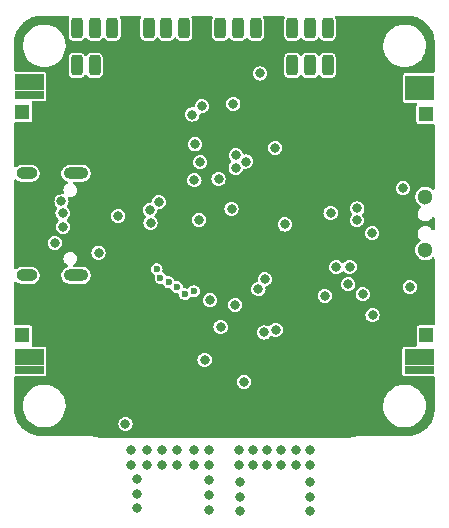
<source format=gbr>
%TF.GenerationSoftware,KiCad,Pcbnew,6.0.11-2627ca5db0~126~ubuntu22.04.1*%
%TF.CreationDate,2023-06-07T20:54:12+02:00*%
%TF.ProjectId,asac-fc-rev-b,61736163-2d66-4632-9d72-65762d622e6b,B*%
%TF.SameCoordinates,Original*%
%TF.FileFunction,Copper,L2,Inr*%
%TF.FilePolarity,Positive*%
%FSLAX46Y46*%
G04 Gerber Fmt 4.6, Leading zero omitted, Abs format (unit mm)*
G04 Created by KiCad (PCBNEW 6.0.11-2627ca5db0~126~ubuntu22.04.1) date 2023-06-07 20:54:12*
%MOMM*%
%LPD*%
G01*
G04 APERTURE LIST*
G04 Aperture macros list*
%AMRoundRect*
0 Rectangle with rounded corners*
0 $1 Rounding radius*
0 $2 $3 $4 $5 $6 $7 $8 $9 X,Y pos of 4 corners*
0 Add a 4 corners polygon primitive as box body*
4,1,4,$2,$3,$4,$5,$6,$7,$8,$9,$2,$3,0*
0 Add four circle primitives for the rounded corners*
1,1,$1+$1,$2,$3*
1,1,$1+$1,$4,$5*
1,1,$1+$1,$6,$7*
1,1,$1+$1,$8,$9*
0 Add four rect primitives between the rounded corners*
20,1,$1+$1,$2,$3,$4,$5,0*
20,1,$1+$1,$4,$5,$6,$7,0*
20,1,$1+$1,$6,$7,$8,$9,0*
20,1,$1+$1,$8,$9,$2,$3,0*%
G04 Aperture macros list end*
%TA.AperFunction,ComponentPad*%
%ADD10R,0.850000X0.700000*%
%TD*%
%TA.AperFunction,ComponentPad*%
%ADD11R,1.270000X1.270000*%
%TD*%
%TA.AperFunction,ComponentPad*%
%ADD12O,2.100000X1.000000*%
%TD*%
%TA.AperFunction,ComponentPad*%
%ADD13O,1.800000X1.000000*%
%TD*%
%TA.AperFunction,ComponentPad*%
%ADD14C,1.300000*%
%TD*%
%TA.AperFunction,ComponentPad*%
%ADD15RoundRect,0.250000X0.250000X-0.625000X0.250000X0.625000X-0.250000X0.625000X-0.250000X-0.625000X0*%
%TD*%
%TA.AperFunction,ViaPad*%
%ADD16C,0.800000*%
%TD*%
%TA.AperFunction,ViaPad*%
%ADD17C,0.600000*%
%TD*%
G04 APERTURE END LIST*
D10*
%TO.N,/VBAT*%
%TO.C,J4*%
X139775000Y-129750000D03*
X141375000Y-129050000D03*
X140575000Y-129050000D03*
X140575000Y-129750000D03*
X141375000Y-129750000D03*
X139775000Y-129050000D03*
X141375000Y-128350000D03*
X139775000Y-128350000D03*
X140575000Y-128350000D03*
D11*
%TO.N,/M2*%
X141175000Y-126850000D03*
D10*
%TO.N,GND*%
X139775000Y-124650000D03*
X140575000Y-123950000D03*
X140575000Y-125350000D03*
X141375000Y-124650000D03*
X141375000Y-123950000D03*
X141375000Y-125350000D03*
X140575000Y-124650000D03*
X139775000Y-125350000D03*
X139775000Y-123950000D03*
%TD*%
%TO.N,/VBAT*%
%TO.C,J9*%
X106749600Y-105777800D03*
X108349600Y-106477800D03*
X108349600Y-105777800D03*
X106749600Y-105077800D03*
X107549600Y-106477800D03*
X107549600Y-105777800D03*
X106749600Y-106477800D03*
X108349600Y-105077800D03*
X107549600Y-105077800D03*
D11*
%TO.N,/M4*%
X106949600Y-107977800D03*
D10*
%TO.N,GND*%
X108349600Y-110177800D03*
X107549600Y-110177800D03*
X106749600Y-109477800D03*
X107549600Y-110877800D03*
X106749600Y-110177800D03*
X108349600Y-110877800D03*
X106749600Y-110877800D03*
X107549600Y-109477800D03*
X108349600Y-109477800D03*
%TD*%
D12*
%TO.N,N/C*%
%TO.C,J10*%
X111523500Y-113140000D03*
X111523500Y-121780000D03*
D13*
X107343500Y-113140000D03*
X107343500Y-121780000D03*
%TD*%
D14*
%TO.N,*%
%TO.C,SW1*%
X141090000Y-119630000D03*
X141090000Y-115130000D03*
%TD*%
D15*
%TO.N,/VBAT*%
%TO.C,J3*%
X111580000Y-104000000D03*
X113080000Y-104000000D03*
%TO.N,GND*%
X114580000Y-104000000D03*
X116080000Y-104000000D03*
%TD*%
D10*
%TO.N,/VBAT*%
%TO.C,J1*%
X139820000Y-105900000D03*
X141420000Y-106600000D03*
X141420000Y-105200000D03*
X139820000Y-105200000D03*
X140620000Y-105900000D03*
X140620000Y-105200000D03*
X140620000Y-106600000D03*
X139820000Y-106600000D03*
X141420000Y-105900000D03*
D11*
%TO.N,/M1*%
X141170000Y-108100000D03*
D10*
%TO.N,GND*%
X139820000Y-111000000D03*
X140620000Y-110300000D03*
X140620000Y-111000000D03*
X141420000Y-110300000D03*
X139820000Y-109600000D03*
X141420000Y-111000000D03*
X140620000Y-109600000D03*
X139820000Y-110300000D03*
X141420000Y-109600000D03*
%TD*%
D15*
%TO.N,/SCL1*%
%TO.C,J15*%
X123720000Y-100850000D03*
%TO.N,/SDA1*%
X125220000Y-100850000D03*
%TO.N,+3.3V*%
X126720000Y-100850000D03*
%TO.N,GND*%
X128220000Y-100850000D03*
%TD*%
%TO.N,/RX1*%
%TO.C,J8*%
X117660000Y-100830000D03*
%TO.N,/TX1*%
X119160000Y-100830000D03*
%TO.N,+5V*%
X120660000Y-100830000D03*
%TO.N,GND*%
X122160000Y-100830000D03*
%TD*%
%TO.N,/GPIO24*%
%TO.C,J2*%
X129820000Y-104000000D03*
%TO.N,/GPIO25*%
X131320000Y-104000000D03*
%TO.N,+3.3V*%
X132820000Y-104000000D03*
%TO.N,GND*%
X134320000Y-104000000D03*
%TD*%
D10*
%TO.N,/VBAT*%
%TO.C,J6*%
X107574600Y-129050000D03*
X107574600Y-128350000D03*
X107574600Y-129750000D03*
X108374600Y-128350000D03*
X108374600Y-129050000D03*
X106774600Y-129050000D03*
X108374600Y-129750000D03*
X106774600Y-129750000D03*
X106774600Y-128350000D03*
D11*
%TO.N,/M3*%
X106974600Y-126850000D03*
D10*
%TO.N,GND*%
X108374600Y-123950000D03*
X107574600Y-124650000D03*
X107574600Y-125350000D03*
X108374600Y-125350000D03*
X106774600Y-124650000D03*
X108374600Y-124650000D03*
X107574600Y-123950000D03*
X106774600Y-125350000D03*
X106774600Y-123950000D03*
%TD*%
D15*
%TO.N,/RX_2_PIO*%
%TO.C,J5*%
X111580000Y-100840000D03*
%TO.N,/TX_2_PIO*%
X113080000Y-100840000D03*
%TO.N,+5V*%
X114580000Y-100840000D03*
%TO.N,GND*%
X116080000Y-100840000D03*
%TD*%
%TO.N,/GPIO22*%
%TO.C,J12*%
X129820000Y-100830000D03*
%TO.N,/GPIO23*%
X131320000Y-100830000D03*
%TO.N,+3.3V*%
X132820000Y-100830000D03*
%TO.N,GND*%
X134320000Y-100830000D03*
%TD*%
D16*
%TO.N,GND*%
X125300000Y-136600000D03*
X127700000Y-136600000D03*
X136500000Y-133500000D03*
X136500000Y-132000000D03*
X128900000Y-137800000D03*
X129330000Y-124560000D03*
X116560000Y-108360000D03*
X116155382Y-113654618D03*
X131300000Y-140500000D03*
X135500000Y-107500000D03*
X125400000Y-139300000D03*
X126500000Y-136600000D03*
X113000000Y-107000000D03*
X126359500Y-109779372D03*
X130100000Y-136600000D03*
X111500000Y-107000000D03*
X136500000Y-130500000D03*
X137000000Y-109000000D03*
X135500000Y-109000000D03*
X138000000Y-130500000D03*
X130100000Y-137800000D03*
X116000000Y-107000000D03*
X111500000Y-108500000D03*
X131300000Y-137800000D03*
X114500000Y-107000000D03*
X128990000Y-111820000D03*
X113530000Y-114180000D03*
X123593417Y-128986583D03*
X134000000Y-112000000D03*
X126107882Y-127482118D03*
X116901713Y-112838287D03*
X128896316Y-125391669D03*
X136500000Y-129000000D03*
X113771100Y-123700000D03*
X134000000Y-109000000D03*
X122400000Y-118600000D03*
X135500000Y-110500000D03*
X131300000Y-139300000D03*
X108570000Y-117490000D03*
X125300000Y-137800000D03*
X123100000Y-117900000D03*
X123550000Y-110080000D03*
X113327597Y-121165913D03*
X119560500Y-112330000D03*
X113000000Y-108500000D03*
X134000000Y-107500000D03*
X132140000Y-117175500D03*
X128900000Y-136600000D03*
X125400000Y-140500000D03*
X137000000Y-112000000D03*
X135500000Y-112000000D03*
X123800000Y-117200000D03*
X134000000Y-110500000D03*
X131300000Y-141700000D03*
X131300000Y-136600000D03*
X126500000Y-137800000D03*
X137000000Y-107500000D03*
X137000000Y-110500000D03*
X127700000Y-137800000D03*
X125400000Y-141700000D03*
%TO.N,+3.3V*%
X125040434Y-111594191D03*
X121920000Y-117080000D03*
X122020250Y-112200250D03*
X132570000Y-123510000D03*
X123755353Y-126154647D03*
X126949073Y-122946988D03*
X115086583Y-116743417D03*
X124680000Y-116150000D03*
X122860000Y-123880000D03*
X129190000Y-117459500D03*
%TO.N,+1V1*%
X124990500Y-124270000D03*
X118504608Y-115571191D03*
X127487842Y-122105125D03*
%TO.N,/~{USB_BOOT}*%
X136620000Y-125150000D03*
X139190000Y-114390000D03*
%TO.N,/VBAT*%
X116200000Y-136600000D03*
X121500000Y-137800000D03*
X118800000Y-137800000D03*
X116700000Y-141500000D03*
X120100000Y-137800000D03*
X116700000Y-139000000D03*
X122800000Y-141600000D03*
X116200000Y-137800000D03*
X122800000Y-140400000D03*
X117500000Y-137800000D03*
X120100000Y-136600000D03*
X118800000Y-136600000D03*
X122398417Y-128931583D03*
X117500000Y-136600000D03*
X122800000Y-139100000D03*
X122800000Y-136600000D03*
X115700000Y-134340000D03*
X122800000Y-137800000D03*
X116700000Y-140300000D03*
X121500000Y-136600000D03*
%TO.N,+5V*%
X125740000Y-130790000D03*
%TO.N,Net-(D3-Pad2)*%
X136584500Y-118202299D03*
X139770000Y-122760000D03*
%TO.N,/VBUS*%
X113420000Y-119850000D03*
%TO.N,/USB-*%
X110420000Y-117660000D03*
X127436868Y-126613078D03*
%TO.N,/USB+*%
X128410000Y-126385000D03*
X110375084Y-116516002D03*
%TO.N,/LED_BLUE*%
X128370000Y-110970000D03*
X127072465Y-104677535D03*
%TO.N,/LED_RED*%
X135330000Y-116110000D03*
D17*
X120742380Y-123360500D03*
%TO.N,/LED_GREEN*%
X121499418Y-123103406D03*
D16*
X135292545Y-117108800D03*
%TO.N,/QSPI_SS*%
X134675000Y-121050000D03*
X135780000Y-123370000D03*
%TO.N,/SWCLK*%
X117754860Y-116232163D03*
%TO.N,/SWD*%
X117822117Y-117330500D03*
%TO.N,/QSPI_SD1*%
X133547029Y-121093471D03*
X134555000Y-122525000D03*
%TO.N,/M2*%
X133068614Y-116499500D03*
D17*
%TO.N,/GPIO23*%
X118659904Y-121982082D03*
%TO.N,/GPIO24*%
X119365262Y-122358478D03*
D16*
%TO.N,/SDO{slash}MISO*%
X123580000Y-113620000D03*
X121359622Y-108159622D03*
%TO.N,/IMU_INT_1*%
X125877576Y-112140265D03*
X121582368Y-110679973D03*
%TO.N,/CSB{slash}CS*%
X124830378Y-107259622D03*
X121530000Y-113710500D03*
%TO.N,/SDI{slash}MOSI*%
X125030000Y-112670000D03*
X122160000Y-107459500D03*
%TO.N,Net-(J10-PadA5)*%
X110278169Y-115521209D03*
%TO.N,Net-(J10-PadB5)*%
X109710000Y-119020000D03*
D17*
%TO.N,/GPIO22*%
X118339223Y-121249711D03*
%TO.N,/GPIO25*%
X120067454Y-122781924D03*
%TD*%
%TA.AperFunction,Conductor*%
%TO.N,GND*%
G36*
X110901859Y-99810502D02*
G01*
X110948352Y-99864158D01*
X110958456Y-99934432D01*
X110937332Y-99985895D01*
X110937369Y-99985915D01*
X110937169Y-99986293D01*
X110935089Y-99991360D01*
X110932959Y-99994243D01*
X110932958Y-99994246D01*
X110927366Y-100001816D01*
X110882481Y-100129631D01*
X110879500Y-100161166D01*
X110879500Y-101518834D01*
X110882481Y-101550369D01*
X110927366Y-101678184D01*
X110932958Y-101685754D01*
X110932959Y-101685757D01*
X110989847Y-101762776D01*
X111007850Y-101787150D01*
X111015421Y-101792742D01*
X111109243Y-101862041D01*
X111109246Y-101862042D01*
X111116816Y-101867634D01*
X111244631Y-101912519D01*
X111252277Y-101913242D01*
X111252278Y-101913242D01*
X111258248Y-101913806D01*
X111276166Y-101915500D01*
X111883834Y-101915500D01*
X111901752Y-101913806D01*
X111907722Y-101913242D01*
X111907723Y-101913242D01*
X111915369Y-101912519D01*
X112043184Y-101867634D01*
X112050754Y-101862042D01*
X112050757Y-101862041D01*
X112144579Y-101792742D01*
X112152150Y-101787150D01*
X112157742Y-101779579D01*
X112157745Y-101779576D01*
X112228649Y-101683580D01*
X112285210Y-101640669D01*
X112355992Y-101635149D01*
X112418521Y-101668773D01*
X112431351Y-101683580D01*
X112502255Y-101779576D01*
X112502258Y-101779579D01*
X112507850Y-101787150D01*
X112515421Y-101792742D01*
X112609243Y-101862041D01*
X112609246Y-101862042D01*
X112616816Y-101867634D01*
X112744631Y-101912519D01*
X112752277Y-101913242D01*
X112752278Y-101913242D01*
X112758248Y-101913806D01*
X112776166Y-101915500D01*
X113383834Y-101915500D01*
X113401752Y-101913806D01*
X113407722Y-101913242D01*
X113407723Y-101913242D01*
X113415369Y-101912519D01*
X113543184Y-101867634D01*
X113550754Y-101862042D01*
X113550757Y-101862041D01*
X113644579Y-101792742D01*
X113652150Y-101787150D01*
X113657742Y-101779579D01*
X113657745Y-101779576D01*
X113728649Y-101683580D01*
X113785210Y-101640669D01*
X113855992Y-101635149D01*
X113918521Y-101668773D01*
X113931351Y-101683580D01*
X114002255Y-101779576D01*
X114002258Y-101779579D01*
X114007850Y-101787150D01*
X114015421Y-101792742D01*
X114109243Y-101862041D01*
X114109246Y-101862042D01*
X114116816Y-101867634D01*
X114244631Y-101912519D01*
X114252277Y-101913242D01*
X114252278Y-101913242D01*
X114258248Y-101913806D01*
X114276166Y-101915500D01*
X114883834Y-101915500D01*
X114901752Y-101913806D01*
X114907722Y-101913242D01*
X114907723Y-101913242D01*
X114915369Y-101912519D01*
X115043184Y-101867634D01*
X115050754Y-101862042D01*
X115050757Y-101862041D01*
X115144579Y-101792742D01*
X115152150Y-101787150D01*
X115170153Y-101762776D01*
X115227041Y-101685757D01*
X115227042Y-101685754D01*
X115232634Y-101678184D01*
X115277519Y-101550369D01*
X115280500Y-101518834D01*
X115280500Y-100161166D01*
X115277519Y-100129631D01*
X115232634Y-100001816D01*
X115227042Y-99994246D01*
X115227041Y-99994243D01*
X115224911Y-99991360D01*
X115223565Y-99987679D01*
X115222631Y-99985915D01*
X115222873Y-99985787D01*
X115200528Y-99924682D01*
X115216064Y-99855406D01*
X115266588Y-99805527D01*
X115326262Y-99790500D01*
X116906352Y-99790500D01*
X116974473Y-99810502D01*
X117020966Y-99864158D01*
X117031070Y-99934432D01*
X117014631Y-99974465D01*
X117017369Y-99975915D01*
X117012960Y-99984242D01*
X117007366Y-99991816D01*
X116962481Y-100119631D01*
X116959500Y-100151166D01*
X116959500Y-101508834D01*
X116962481Y-101540369D01*
X117007366Y-101668184D01*
X117012958Y-101675754D01*
X117012959Y-101675757D01*
X117075335Y-101760206D01*
X117087850Y-101777150D01*
X117095421Y-101782742D01*
X117189243Y-101852041D01*
X117189246Y-101852042D01*
X117196816Y-101857634D01*
X117324631Y-101902519D01*
X117332277Y-101903242D01*
X117332278Y-101903242D01*
X117338248Y-101903806D01*
X117356166Y-101905500D01*
X117963834Y-101905500D01*
X117981752Y-101903806D01*
X117987722Y-101903242D01*
X117987723Y-101903242D01*
X117995369Y-101902519D01*
X118123184Y-101857634D01*
X118130754Y-101852042D01*
X118130757Y-101852041D01*
X118224579Y-101782742D01*
X118232150Y-101777150D01*
X118237742Y-101769579D01*
X118237745Y-101769576D01*
X118308649Y-101673580D01*
X118365210Y-101630669D01*
X118435992Y-101625149D01*
X118498521Y-101658773D01*
X118511351Y-101673580D01*
X118582255Y-101769576D01*
X118582258Y-101769579D01*
X118587850Y-101777150D01*
X118595421Y-101782742D01*
X118689243Y-101852041D01*
X118689246Y-101852042D01*
X118696816Y-101857634D01*
X118824631Y-101902519D01*
X118832277Y-101903242D01*
X118832278Y-101903242D01*
X118838248Y-101903806D01*
X118856166Y-101905500D01*
X119463834Y-101905500D01*
X119481752Y-101903806D01*
X119487722Y-101903242D01*
X119487723Y-101903242D01*
X119495369Y-101902519D01*
X119623184Y-101857634D01*
X119630754Y-101852042D01*
X119630757Y-101852041D01*
X119724579Y-101782742D01*
X119732150Y-101777150D01*
X119737742Y-101769579D01*
X119737745Y-101769576D01*
X119808649Y-101673580D01*
X119865210Y-101630669D01*
X119935992Y-101625149D01*
X119998521Y-101658773D01*
X120011351Y-101673580D01*
X120082255Y-101769576D01*
X120082258Y-101769579D01*
X120087850Y-101777150D01*
X120095421Y-101782742D01*
X120189243Y-101852041D01*
X120189246Y-101852042D01*
X120196816Y-101857634D01*
X120324631Y-101902519D01*
X120332277Y-101903242D01*
X120332278Y-101903242D01*
X120338248Y-101903806D01*
X120356166Y-101905500D01*
X120963834Y-101905500D01*
X120981752Y-101903806D01*
X120987722Y-101903242D01*
X120987723Y-101903242D01*
X120995369Y-101902519D01*
X121123184Y-101857634D01*
X121130754Y-101852042D01*
X121130757Y-101852041D01*
X121224579Y-101782742D01*
X121232150Y-101777150D01*
X121244665Y-101760206D01*
X121307041Y-101675757D01*
X121307042Y-101675754D01*
X121312634Y-101668184D01*
X121357519Y-101540369D01*
X121360500Y-101508834D01*
X121360500Y-100151166D01*
X121357519Y-100119631D01*
X121312634Y-99991816D01*
X121307040Y-99984242D01*
X121302631Y-99975915D01*
X121306001Y-99974130D01*
X121287916Y-99924715D01*
X121303434Y-99855435D01*
X121353944Y-99805543D01*
X121413648Y-99790500D01*
X122981124Y-99790500D01*
X123049245Y-99810502D01*
X123095738Y-99864158D01*
X123105842Y-99934432D01*
X123082475Y-99991359D01*
X123072961Y-100004239D01*
X123072957Y-100004246D01*
X123067366Y-100011816D01*
X123022481Y-100139631D01*
X123019500Y-100171166D01*
X123019500Y-101528834D01*
X123022481Y-101560369D01*
X123067366Y-101688184D01*
X123072958Y-101695754D01*
X123072959Y-101695757D01*
X123122461Y-101762776D01*
X123147850Y-101797150D01*
X123155421Y-101802742D01*
X123249243Y-101872041D01*
X123249246Y-101872042D01*
X123256816Y-101877634D01*
X123384631Y-101922519D01*
X123392277Y-101923242D01*
X123392278Y-101923242D01*
X123398248Y-101923806D01*
X123416166Y-101925500D01*
X124023834Y-101925500D01*
X124041752Y-101923806D01*
X124047722Y-101923242D01*
X124047723Y-101923242D01*
X124055369Y-101922519D01*
X124183184Y-101877634D01*
X124190754Y-101872042D01*
X124190757Y-101872041D01*
X124284579Y-101802742D01*
X124292150Y-101797150D01*
X124297742Y-101789579D01*
X124297745Y-101789576D01*
X124368649Y-101693580D01*
X124425210Y-101650669D01*
X124495992Y-101645149D01*
X124558521Y-101678773D01*
X124571351Y-101693580D01*
X124642255Y-101789576D01*
X124642258Y-101789579D01*
X124647850Y-101797150D01*
X124655421Y-101802742D01*
X124749243Y-101872041D01*
X124749246Y-101872042D01*
X124756816Y-101877634D01*
X124884631Y-101922519D01*
X124892277Y-101923242D01*
X124892278Y-101923242D01*
X124898248Y-101923806D01*
X124916166Y-101925500D01*
X125523834Y-101925500D01*
X125541752Y-101923806D01*
X125547722Y-101923242D01*
X125547723Y-101923242D01*
X125555369Y-101922519D01*
X125683184Y-101877634D01*
X125690754Y-101872042D01*
X125690757Y-101872041D01*
X125784579Y-101802742D01*
X125792150Y-101797150D01*
X125797742Y-101789579D01*
X125797745Y-101789576D01*
X125868649Y-101693580D01*
X125925210Y-101650669D01*
X125995992Y-101645149D01*
X126058521Y-101678773D01*
X126071351Y-101693580D01*
X126142255Y-101789576D01*
X126142258Y-101789579D01*
X126147850Y-101797150D01*
X126155421Y-101802742D01*
X126249243Y-101872041D01*
X126249246Y-101872042D01*
X126256816Y-101877634D01*
X126384631Y-101922519D01*
X126392277Y-101923242D01*
X126392278Y-101923242D01*
X126398248Y-101923806D01*
X126416166Y-101925500D01*
X127023834Y-101925500D01*
X127041752Y-101923806D01*
X127047722Y-101923242D01*
X127047723Y-101923242D01*
X127055369Y-101922519D01*
X127183184Y-101877634D01*
X127190754Y-101872042D01*
X127190757Y-101872041D01*
X127284579Y-101802742D01*
X127292150Y-101797150D01*
X127317539Y-101762776D01*
X127367041Y-101695757D01*
X127367042Y-101695754D01*
X127372634Y-101688184D01*
X127417519Y-101560369D01*
X127420500Y-101528834D01*
X127420500Y-100171166D01*
X127417519Y-100139631D01*
X127372634Y-100011816D01*
X127367043Y-100004246D01*
X127367039Y-100004239D01*
X127357525Y-99991359D01*
X127333142Y-99924681D01*
X127348679Y-99855405D01*
X127399203Y-99805527D01*
X127458876Y-99790500D01*
X129066352Y-99790500D01*
X129134473Y-99810502D01*
X129180966Y-99864158D01*
X129191070Y-99934432D01*
X129174631Y-99974465D01*
X129177369Y-99975915D01*
X129172960Y-99984242D01*
X129167366Y-99991816D01*
X129122481Y-100119631D01*
X129119500Y-100151166D01*
X129119500Y-101508834D01*
X129122481Y-101540369D01*
X129167366Y-101668184D01*
X129172958Y-101675754D01*
X129172959Y-101675757D01*
X129235335Y-101760206D01*
X129247850Y-101777150D01*
X129255421Y-101782742D01*
X129349243Y-101852041D01*
X129349246Y-101852042D01*
X129356816Y-101857634D01*
X129484631Y-101902519D01*
X129492277Y-101903242D01*
X129492278Y-101903242D01*
X129498248Y-101903806D01*
X129516166Y-101905500D01*
X130123834Y-101905500D01*
X130141752Y-101903806D01*
X130147722Y-101903242D01*
X130147723Y-101903242D01*
X130155369Y-101902519D01*
X130283184Y-101857634D01*
X130290754Y-101852042D01*
X130290757Y-101852041D01*
X130384579Y-101782742D01*
X130392150Y-101777150D01*
X130397742Y-101769579D01*
X130397745Y-101769576D01*
X130468649Y-101673580D01*
X130525210Y-101630669D01*
X130595992Y-101625149D01*
X130658521Y-101658773D01*
X130671351Y-101673580D01*
X130742255Y-101769576D01*
X130742258Y-101769579D01*
X130747850Y-101777150D01*
X130755421Y-101782742D01*
X130849243Y-101852041D01*
X130849246Y-101852042D01*
X130856816Y-101857634D01*
X130984631Y-101902519D01*
X130992277Y-101903242D01*
X130992278Y-101903242D01*
X130998248Y-101903806D01*
X131016166Y-101905500D01*
X131623834Y-101905500D01*
X131641752Y-101903806D01*
X131647722Y-101903242D01*
X131647723Y-101903242D01*
X131655369Y-101902519D01*
X131783184Y-101857634D01*
X131790754Y-101852042D01*
X131790757Y-101852041D01*
X131884579Y-101782742D01*
X131892150Y-101777150D01*
X131897742Y-101769579D01*
X131897745Y-101769576D01*
X131968649Y-101673580D01*
X132025210Y-101630669D01*
X132095992Y-101625149D01*
X132158521Y-101658773D01*
X132171351Y-101673580D01*
X132242255Y-101769576D01*
X132242258Y-101769579D01*
X132247850Y-101777150D01*
X132255421Y-101782742D01*
X132349243Y-101852041D01*
X132349246Y-101852042D01*
X132356816Y-101857634D01*
X132484631Y-101902519D01*
X132492277Y-101903242D01*
X132492278Y-101903242D01*
X132498248Y-101903806D01*
X132516166Y-101905500D01*
X133123834Y-101905500D01*
X133141752Y-101903806D01*
X133147722Y-101903242D01*
X133147723Y-101903242D01*
X133155369Y-101902519D01*
X133283184Y-101857634D01*
X133290754Y-101852042D01*
X133290757Y-101852041D01*
X133384579Y-101782742D01*
X133392150Y-101777150D01*
X133404665Y-101760206D01*
X133467041Y-101675757D01*
X133467042Y-101675754D01*
X133472634Y-101668184D01*
X133517519Y-101540369D01*
X133520500Y-101508834D01*
X133520500Y-100151166D01*
X133517519Y-100119631D01*
X133472634Y-99991816D01*
X133467040Y-99984242D01*
X133462631Y-99975915D01*
X133466001Y-99974130D01*
X133447916Y-99924715D01*
X133463434Y-99855435D01*
X133513944Y-99805543D01*
X133573648Y-99790500D01*
X139542920Y-99790500D01*
X139560241Y-99792466D01*
X139565810Y-99792476D01*
X139579641Y-99795656D01*
X139593483Y-99792523D01*
X139607671Y-99792548D01*
X139607670Y-99793297D01*
X139615610Y-99792654D01*
X139849567Y-99806806D01*
X139864671Y-99808640D01*
X140122808Y-99855945D01*
X140137581Y-99859586D01*
X140388145Y-99937665D01*
X140402363Y-99943057D01*
X140552656Y-100010699D01*
X140641679Y-100050765D01*
X140655152Y-100057836D01*
X140879741Y-100193605D01*
X140892263Y-100202248D01*
X141098857Y-100364104D01*
X141110245Y-100374194D01*
X141295806Y-100559755D01*
X141305896Y-100571143D01*
X141467752Y-100777737D01*
X141476394Y-100790258D01*
X141612164Y-101014848D01*
X141619234Y-101028319D01*
X141695006Y-101196676D01*
X141726941Y-101267633D01*
X141732335Y-101281855D01*
X141787619Y-101459266D01*
X141810414Y-101532419D01*
X141814055Y-101547192D01*
X141861360Y-101805329D01*
X141863194Y-101820433D01*
X141877319Y-102053939D01*
X141877549Y-102061768D01*
X141877524Y-102075811D01*
X141874344Y-102089641D01*
X141877476Y-102103480D01*
X141877467Y-102108311D01*
X141879500Y-102126504D01*
X141879500Y-104523500D01*
X141859498Y-104591621D01*
X141805842Y-104638114D01*
X141753500Y-104649500D01*
X139375252Y-104649500D01*
X139369184Y-104650707D01*
X139328939Y-104658712D01*
X139328938Y-104658712D01*
X139316769Y-104661133D01*
X139250448Y-104705448D01*
X139206133Y-104771769D01*
X139194500Y-104830252D01*
X139194500Y-106969748D01*
X139195707Y-106975816D01*
X139202462Y-107009774D01*
X139206133Y-107028231D01*
X139250448Y-107094552D01*
X139316769Y-107138867D01*
X139328938Y-107141288D01*
X139328939Y-107141288D01*
X139360502Y-107147566D01*
X139375252Y-107150500D01*
X140268273Y-107150500D01*
X140336394Y-107170502D01*
X140382887Y-107224158D01*
X140392991Y-107294432D01*
X140373038Y-107346502D01*
X140353027Y-107376450D01*
X140353025Y-107376454D01*
X140346133Y-107386769D01*
X140334500Y-107445252D01*
X140334500Y-108754748D01*
X140335707Y-108760816D01*
X140342462Y-108794774D01*
X140346133Y-108813231D01*
X140390448Y-108879552D01*
X140456769Y-108923867D01*
X140468938Y-108926288D01*
X140468939Y-108926288D01*
X140509184Y-108934293D01*
X140515252Y-108935500D01*
X141753500Y-108935500D01*
X141821621Y-108955502D01*
X141868114Y-109009158D01*
X141879500Y-109061500D01*
X141879500Y-114408033D01*
X141859498Y-114476154D01*
X141805842Y-114522647D01*
X141735568Y-114532751D01*
X141669190Y-114501669D01*
X141666646Y-114499378D01*
X141662230Y-114494474D01*
X141548901Y-114412135D01*
X141522935Y-114393269D01*
X141522933Y-114393268D01*
X141517593Y-114389388D01*
X141511565Y-114386704D01*
X141511563Y-114386703D01*
X141360298Y-114319356D01*
X141360297Y-114319356D01*
X141354267Y-114316671D01*
X141259944Y-114296622D01*
X141185848Y-114280872D01*
X141185844Y-114280872D01*
X141179391Y-114279500D01*
X141000609Y-114279500D01*
X140994156Y-114280872D01*
X140994152Y-114280872D01*
X140920056Y-114296622D01*
X140825733Y-114316671D01*
X140819703Y-114319356D01*
X140819702Y-114319356D01*
X140668438Y-114386703D01*
X140668436Y-114386704D01*
X140662408Y-114389388D01*
X140657067Y-114393268D01*
X140657066Y-114393269D01*
X140620599Y-114419764D01*
X140517770Y-114494474D01*
X140513357Y-114499376D01*
X140513355Y-114499377D01*
X140463820Y-114554391D01*
X140398141Y-114627335D01*
X140308750Y-114782165D01*
X140306708Y-114788450D01*
X140265068Y-114916605D01*
X140253503Y-114952197D01*
X140252813Y-114958760D01*
X140252813Y-114958761D01*
X140238712Y-115092927D01*
X140234815Y-115130000D01*
X140253503Y-115307803D01*
X140255543Y-115314080D01*
X140255543Y-115314082D01*
X140269429Y-115356817D01*
X140308750Y-115477835D01*
X140312053Y-115483557D01*
X140312054Y-115483558D01*
X140373792Y-115590491D01*
X140398141Y-115632665D01*
X140402559Y-115637572D01*
X140402560Y-115637573D01*
X140511292Y-115758331D01*
X140517770Y-115765526D01*
X140636954Y-115852119D01*
X140680307Y-115908341D01*
X140686382Y-115979077D01*
X140649146Y-116045903D01*
X140647574Y-116047379D01*
X140641163Y-116052037D01*
X140636110Y-116058145D01*
X140629287Y-116066393D01*
X140536400Y-116178674D01*
X140533025Y-116185847D01*
X140533024Y-116185848D01*
X140523254Y-116206610D01*
X140466421Y-116327387D01*
X140464936Y-116335170D01*
X140464935Y-116335174D01*
X140437109Y-116481044D01*
X140435624Y-116488830D01*
X140445944Y-116652860D01*
X140448393Y-116660396D01*
X140448393Y-116660398D01*
X140457057Y-116687064D01*
X140496732Y-116809171D01*
X140584798Y-116947940D01*
X140590577Y-116953367D01*
X140590578Y-116953368D01*
X140642211Y-117001854D01*
X140704607Y-117060448D01*
X140711551Y-117064265D01*
X140711553Y-117064267D01*
X140784016Y-117104104D01*
X140848632Y-117139627D01*
X140856304Y-117141597D01*
X140856307Y-117141598D01*
X141000145Y-117178529D01*
X141000148Y-117178529D01*
X141007823Y-117180500D01*
X141130925Y-117180500D01*
X141188690Y-117173203D01*
X141245193Y-117166065D01*
X141245196Y-117166064D01*
X141253058Y-117165071D01*
X141260425Y-117162154D01*
X141260426Y-117162154D01*
X141326970Y-117135807D01*
X141405871Y-117104568D01*
X141415871Y-117097303D01*
X141532423Y-117012623D01*
X141538837Y-117007963D01*
X141643600Y-116881326D01*
X141646977Y-116874149D01*
X141647113Y-116873935D01*
X141700502Y-116827135D01*
X141770717Y-116816629D01*
X141835465Y-116845751D01*
X141874191Y-116905257D01*
X141879500Y-116941447D01*
X141879500Y-117826347D01*
X141859498Y-117894468D01*
X141805842Y-117940961D01*
X141735568Y-117951065D01*
X141670988Y-117921571D01*
X141647115Y-117893862D01*
X141646509Y-117892907D01*
X141595202Y-117812060D01*
X141534132Y-117754711D01*
X141481170Y-117704977D01*
X141475393Y-117699552D01*
X141468449Y-117695735D01*
X141468447Y-117695733D01*
X141388555Y-117651812D01*
X141331368Y-117620373D01*
X141323696Y-117618403D01*
X141323693Y-117618402D01*
X141179855Y-117581471D01*
X141179852Y-117581471D01*
X141172177Y-117579500D01*
X141049075Y-117579500D01*
X140991310Y-117586797D01*
X140934807Y-117593935D01*
X140934804Y-117593936D01*
X140926942Y-117594929D01*
X140919575Y-117597846D01*
X140919574Y-117597846D01*
X140884867Y-117611588D01*
X140774129Y-117655432D01*
X140767718Y-117660090D01*
X140767716Y-117660091D01*
X140721259Y-117693844D01*
X140641163Y-117752037D01*
X140536400Y-117878674D01*
X140466421Y-118027387D01*
X140464936Y-118035170D01*
X140464935Y-118035174D01*
X140453846Y-118093305D01*
X140435624Y-118188830D01*
X140445944Y-118352860D01*
X140448393Y-118360396D01*
X140448393Y-118360398D01*
X140462028Y-118402363D01*
X140496732Y-118509171D01*
X140584798Y-118647940D01*
X140590577Y-118653367D01*
X140590578Y-118653368D01*
X140652585Y-118711597D01*
X140688551Y-118772810D01*
X140685712Y-118843750D01*
X140640393Y-118905383D01*
X140517770Y-118994474D01*
X140513357Y-118999376D01*
X140513355Y-118999377D01*
X140483305Y-119032751D01*
X140398141Y-119127335D01*
X140394838Y-119133056D01*
X140318686Y-119264956D01*
X140308750Y-119282165D01*
X140253503Y-119452197D01*
X140234815Y-119630000D01*
X140253503Y-119807803D01*
X140308750Y-119977835D01*
X140312053Y-119983557D01*
X140312054Y-119983558D01*
X140352270Y-120053214D01*
X140398141Y-120132665D01*
X140402559Y-120137572D01*
X140402560Y-120137573D01*
X140511292Y-120258331D01*
X140517770Y-120265526D01*
X140523109Y-120269405D01*
X140636745Y-120351967D01*
X140662407Y-120370612D01*
X140668435Y-120373296D01*
X140668437Y-120373297D01*
X140819702Y-120440644D01*
X140825733Y-120443329D01*
X140913171Y-120461914D01*
X140994152Y-120479128D01*
X140994156Y-120479128D01*
X141000609Y-120480500D01*
X141179391Y-120480500D01*
X141185844Y-120479128D01*
X141185848Y-120479128D01*
X141266829Y-120461914D01*
X141354267Y-120443329D01*
X141360298Y-120440644D01*
X141511563Y-120373297D01*
X141511565Y-120373296D01*
X141517593Y-120370612D01*
X141543256Y-120351967D01*
X141656891Y-120269405D01*
X141662230Y-120265526D01*
X141666646Y-120260622D01*
X141669190Y-120258331D01*
X141733197Y-120227613D01*
X141803651Y-120236378D01*
X141858182Y-120281841D01*
X141879500Y-120351967D01*
X141879500Y-125888500D01*
X141859498Y-125956621D01*
X141805842Y-126003114D01*
X141753500Y-126014500D01*
X140520252Y-126014500D01*
X140514184Y-126015707D01*
X140473939Y-126023712D01*
X140473938Y-126023712D01*
X140461769Y-126026133D01*
X140395448Y-126070448D01*
X140351133Y-126136769D01*
X140339500Y-126195252D01*
X140339500Y-127504748D01*
X140351133Y-127563231D01*
X140358025Y-127573546D01*
X140358027Y-127573550D01*
X140378038Y-127603498D01*
X140399253Y-127671251D01*
X140380470Y-127739718D01*
X140327653Y-127787161D01*
X140273273Y-127799500D01*
X139330252Y-127799500D01*
X139324184Y-127800707D01*
X139283939Y-127808712D01*
X139283938Y-127808712D01*
X139271769Y-127811133D01*
X139205448Y-127855448D01*
X139161133Y-127921769D01*
X139149500Y-127980252D01*
X139149500Y-130119748D01*
X139161133Y-130178231D01*
X139205448Y-130244552D01*
X139271769Y-130288867D01*
X139283938Y-130291288D01*
X139283939Y-130291288D01*
X139324184Y-130299293D01*
X139330252Y-130300500D01*
X141753500Y-130300500D01*
X141821621Y-130320502D01*
X141868114Y-130374158D01*
X141879500Y-130426500D01*
X141879500Y-133052920D01*
X141877534Y-133070241D01*
X141877524Y-133075810D01*
X141874344Y-133089641D01*
X141877477Y-133103483D01*
X141877452Y-133117671D01*
X141876703Y-133117670D01*
X141877346Y-133125610D01*
X141863194Y-133359567D01*
X141861360Y-133374671D01*
X141814055Y-133632808D01*
X141810414Y-133647581D01*
X141750484Y-133839905D01*
X141732337Y-133898140D01*
X141726943Y-133912363D01*
X141673725Y-134030608D01*
X141619235Y-134151679D01*
X141612165Y-134165151D01*
X141506465Y-134340000D01*
X141476395Y-134389741D01*
X141467753Y-134402262D01*
X141326558Y-134582484D01*
X141305896Y-134608857D01*
X141295806Y-134620245D01*
X141110245Y-134805806D01*
X141098857Y-134815896D01*
X140892263Y-134977752D01*
X140879741Y-134986395D01*
X140655152Y-135122164D01*
X140641681Y-135129234D01*
X140402363Y-135236943D01*
X140388145Y-135242335D01*
X140150651Y-135316341D01*
X140137581Y-135320414D01*
X140122808Y-135324055D01*
X139864671Y-135371360D01*
X139849567Y-135373194D01*
X139766817Y-135378200D01*
X139616053Y-135387319D01*
X139608232Y-135387549D01*
X139594189Y-135387524D01*
X139580359Y-135384344D01*
X139566520Y-135387476D01*
X139561689Y-135387467D01*
X139543496Y-135389500D01*
X135617371Y-135389500D01*
X135588918Y-135386245D01*
X135587676Y-135385957D01*
X135587669Y-135385956D01*
X135580718Y-135384345D01*
X135580000Y-135384344D01*
X135577873Y-135384829D01*
X135575612Y-135384569D01*
X135575652Y-135385336D01*
X135244998Y-135402665D01*
X135241758Y-135403178D01*
X135241750Y-135403179D01*
X135089703Y-135427261D01*
X134913665Y-135455143D01*
X134681869Y-135517253D01*
X134633041Y-135530336D01*
X134600528Y-135534629D01*
X128331587Y-135539486D01*
X113617045Y-135550885D01*
X113576814Y-135543442D01*
X113576578Y-135544168D01*
X113573459Y-135543154D01*
X113570366Y-135541967D01*
X113567175Y-135541112D01*
X113567172Y-135541111D01*
X113488024Y-135519903D01*
X113246335Y-135455143D01*
X113070297Y-135427261D01*
X112918250Y-135403179D01*
X112918242Y-135403178D01*
X112915002Y-135402665D01*
X112585181Y-135385380D01*
X112585224Y-135384566D01*
X112582827Y-135384834D01*
X112580718Y-135384345D01*
X112580000Y-135384344D01*
X112571225Y-135386346D01*
X112543210Y-135389500D01*
X108617080Y-135389500D01*
X108599759Y-135387534D01*
X108594190Y-135387524D01*
X108580359Y-135384344D01*
X108566517Y-135387477D01*
X108552329Y-135387452D01*
X108552330Y-135386703D01*
X108544390Y-135387346D01*
X108310433Y-135373194D01*
X108295329Y-135371360D01*
X108037192Y-135324055D01*
X108022419Y-135320414D01*
X108009349Y-135316341D01*
X107771855Y-135242335D01*
X107757637Y-135236943D01*
X107518319Y-135129234D01*
X107504848Y-135122164D01*
X107280259Y-134986395D01*
X107267737Y-134977752D01*
X107061143Y-134815896D01*
X107049755Y-134805806D01*
X106864194Y-134620245D01*
X106854104Y-134608857D01*
X106833442Y-134582484D01*
X106692247Y-134402262D01*
X106683605Y-134389741D01*
X106653536Y-134340000D01*
X106547835Y-134165151D01*
X106540765Y-134151679D01*
X106486275Y-134030608D01*
X106433057Y-133912363D01*
X106427663Y-133898140D01*
X106409517Y-133839905D01*
X106349586Y-133647581D01*
X106345945Y-133632808D01*
X106298640Y-133374671D01*
X106296806Y-133359567D01*
X106282692Y-133126242D01*
X106283288Y-133104226D01*
X106284042Y-133097677D01*
X106285655Y-133090718D01*
X106285656Y-133090000D01*
X106283654Y-133081225D01*
X106280500Y-133053210D01*
X106280500Y-132792736D01*
X107025070Y-132792736D01*
X107025698Y-132805807D01*
X107037909Y-133060041D01*
X107090118Y-133322512D01*
X107180549Y-133574383D01*
X107182765Y-133578507D01*
X107250982Y-133705465D01*
X107307215Y-133810121D01*
X107310010Y-133813864D01*
X107310012Y-133813867D01*
X107394199Y-133926607D01*
X107467335Y-134024547D01*
X107470642Y-134027825D01*
X107470647Y-134027831D01*
X107654074Y-134209663D01*
X107657390Y-134212950D01*
X107873205Y-134371192D01*
X107877340Y-134373368D01*
X107877344Y-134373370D01*
X108006918Y-134441542D01*
X108110039Y-134495797D01*
X108114458Y-134497340D01*
X108358273Y-134582484D01*
X108358279Y-134582486D01*
X108362690Y-134584026D01*
X108625606Y-134633943D01*
X108752616Y-134638933D01*
X108888345Y-134644266D01*
X108888350Y-134644266D01*
X108893013Y-134644449D01*
X108988943Y-134633943D01*
X109154382Y-134615825D01*
X109154387Y-134615824D01*
X109159035Y-134615315D01*
X109274567Y-134584898D01*
X109413309Y-134548370D01*
X109417829Y-134547180D01*
X109554239Y-134488574D01*
X109659407Y-134443391D01*
X109659410Y-134443389D01*
X109663710Y-134441542D01*
X109667690Y-134439079D01*
X109667694Y-134439077D01*
X109827800Y-134340000D01*
X115094318Y-134340000D01*
X115114956Y-134496762D01*
X115175464Y-134642841D01*
X115271718Y-134768282D01*
X115397159Y-134864536D01*
X115543238Y-134925044D01*
X115700000Y-134945682D01*
X115708188Y-134944604D01*
X115848574Y-134926122D01*
X115856762Y-134925044D01*
X116002841Y-134864536D01*
X116128282Y-134768282D01*
X116224536Y-134642841D01*
X116285044Y-134496762D01*
X116305682Y-134340000D01*
X116285044Y-134183238D01*
X116224536Y-134037159D01*
X116128282Y-133911718D01*
X116120067Y-133905414D01*
X116009392Y-133820491D01*
X116002841Y-133815464D01*
X115856762Y-133754956D01*
X115700000Y-133734318D01*
X115543238Y-133754956D01*
X115397159Y-133815464D01*
X115390608Y-133820491D01*
X115279934Y-133905414D01*
X115271718Y-133911718D01*
X115175464Y-134037159D01*
X115114956Y-134183238D01*
X115094318Y-134340000D01*
X109827800Y-134340000D01*
X109887302Y-134303179D01*
X109887306Y-134303176D01*
X109891275Y-134300720D01*
X109965293Y-134238059D01*
X110091960Y-134130828D01*
X110091961Y-134130827D01*
X110095526Y-134127809D01*
X110175024Y-134037159D01*
X110268894Y-133930122D01*
X110268898Y-133930117D01*
X110271976Y-133926607D01*
X110274506Y-133922674D01*
X110414219Y-133705465D01*
X110414222Y-133705460D01*
X110416747Y-133701534D01*
X110526661Y-133457534D01*
X110599302Y-133199969D01*
X110617103Y-133060041D01*
X110632677Y-132937625D01*
X110632677Y-132937621D01*
X110633075Y-132934495D01*
X110635549Y-132840000D01*
X110632037Y-132792736D01*
X137525070Y-132792736D01*
X137525698Y-132805807D01*
X137537909Y-133060041D01*
X137590118Y-133322512D01*
X137680549Y-133574383D01*
X137682765Y-133578507D01*
X137750982Y-133705465D01*
X137807215Y-133810121D01*
X137810010Y-133813864D01*
X137810012Y-133813867D01*
X137894199Y-133926607D01*
X137967335Y-134024547D01*
X137970642Y-134027825D01*
X137970647Y-134027831D01*
X138154074Y-134209663D01*
X138157390Y-134212950D01*
X138373205Y-134371192D01*
X138377340Y-134373368D01*
X138377344Y-134373370D01*
X138506918Y-134441542D01*
X138610039Y-134495797D01*
X138614458Y-134497340D01*
X138858273Y-134582484D01*
X138858279Y-134582486D01*
X138862690Y-134584026D01*
X139125606Y-134633943D01*
X139252616Y-134638933D01*
X139388345Y-134644266D01*
X139388350Y-134644266D01*
X139393013Y-134644449D01*
X139488943Y-134633943D01*
X139654382Y-134615825D01*
X139654387Y-134615824D01*
X139659035Y-134615315D01*
X139774567Y-134584898D01*
X139913309Y-134548370D01*
X139917829Y-134547180D01*
X140054239Y-134488574D01*
X140159407Y-134443391D01*
X140159410Y-134443389D01*
X140163710Y-134441542D01*
X140167690Y-134439079D01*
X140167694Y-134439077D01*
X140387302Y-134303179D01*
X140387306Y-134303176D01*
X140391275Y-134300720D01*
X140465293Y-134238059D01*
X140591960Y-134130828D01*
X140591961Y-134130827D01*
X140595526Y-134127809D01*
X140675024Y-134037159D01*
X140768894Y-133930122D01*
X140768898Y-133930117D01*
X140771976Y-133926607D01*
X140774506Y-133922674D01*
X140914219Y-133705465D01*
X140914222Y-133705460D01*
X140916747Y-133701534D01*
X141026661Y-133457534D01*
X141099302Y-133199969D01*
X141117103Y-133060041D01*
X141132677Y-132937625D01*
X141132677Y-132937621D01*
X141133075Y-132934495D01*
X141135549Y-132840000D01*
X141131691Y-132788081D01*
X141116064Y-132577788D01*
X141116063Y-132577784D01*
X141115717Y-132573123D01*
X141105161Y-132526470D01*
X141057686Y-132316666D01*
X141056655Y-132312109D01*
X140959662Y-132062691D01*
X140826868Y-131830350D01*
X140661190Y-131620189D01*
X140466269Y-131436825D01*
X140246385Y-131284286D01*
X140242194Y-131282219D01*
X140010559Y-131167989D01*
X140010556Y-131167988D01*
X140006371Y-131165924D01*
X139751497Y-131084338D01*
X139606134Y-131060665D01*
X139491976Y-131042073D01*
X139491975Y-131042073D01*
X139487364Y-131041322D01*
X139353569Y-131039571D01*
X139224451Y-131037880D01*
X139224448Y-131037880D01*
X139219774Y-131037819D01*
X138954605Y-131073907D01*
X138950118Y-131075215D01*
X138950117Y-131075215D01*
X138918817Y-131084338D01*
X138697683Y-131148792D01*
X138693430Y-131150752D01*
X138693429Y-131150753D01*
X138641512Y-131174687D01*
X138454652Y-131260831D01*
X138450743Y-131263394D01*
X138234764Y-131404996D01*
X138234759Y-131405000D01*
X138230851Y-131407562D01*
X138190128Y-131443909D01*
X138056151Y-131563488D01*
X138031197Y-131585760D01*
X137860075Y-131791512D01*
X137857652Y-131795505D01*
X137741995Y-131986102D01*
X137721244Y-132020298D01*
X137617755Y-132267091D01*
X137616604Y-132271623D01*
X137616603Y-132271626D01*
X137594983Y-132356755D01*
X137551881Y-132526470D01*
X137525070Y-132792736D01*
X110632037Y-132792736D01*
X110631691Y-132788081D01*
X110616064Y-132577788D01*
X110616063Y-132577784D01*
X110615717Y-132573123D01*
X110605161Y-132526470D01*
X110557686Y-132316666D01*
X110556655Y-132312109D01*
X110459662Y-132062691D01*
X110326868Y-131830350D01*
X110161190Y-131620189D01*
X109966269Y-131436825D01*
X109746385Y-131284286D01*
X109742194Y-131282219D01*
X109510559Y-131167989D01*
X109510556Y-131167988D01*
X109506371Y-131165924D01*
X109251497Y-131084338D01*
X109106134Y-131060665D01*
X108991976Y-131042073D01*
X108991975Y-131042073D01*
X108987364Y-131041322D01*
X108853569Y-131039571D01*
X108724451Y-131037880D01*
X108724448Y-131037880D01*
X108719774Y-131037819D01*
X108454605Y-131073907D01*
X108450118Y-131075215D01*
X108450117Y-131075215D01*
X108418817Y-131084338D01*
X108197683Y-131148792D01*
X108193430Y-131150752D01*
X108193429Y-131150753D01*
X108141512Y-131174687D01*
X107954652Y-131260831D01*
X107950743Y-131263394D01*
X107734764Y-131404996D01*
X107734759Y-131405000D01*
X107730851Y-131407562D01*
X107690128Y-131443909D01*
X107556151Y-131563488D01*
X107531197Y-131585760D01*
X107360075Y-131791512D01*
X107357652Y-131795505D01*
X107241995Y-131986102D01*
X107221244Y-132020298D01*
X107117755Y-132267091D01*
X107116604Y-132271623D01*
X107116603Y-132271626D01*
X107094983Y-132356755D01*
X107051881Y-132526470D01*
X107025070Y-132792736D01*
X106280500Y-132792736D01*
X106280500Y-130790000D01*
X125134318Y-130790000D01*
X125154956Y-130946762D01*
X125215464Y-131092841D01*
X125311718Y-131218282D01*
X125437159Y-131314536D01*
X125583238Y-131375044D01*
X125740000Y-131395682D01*
X125748188Y-131394604D01*
X125888574Y-131376122D01*
X125896762Y-131375044D01*
X126042841Y-131314536D01*
X126168282Y-131218282D01*
X126264536Y-131092841D01*
X126325044Y-130946762D01*
X126345682Y-130790000D01*
X126325044Y-130633238D01*
X126264536Y-130487159D01*
X126168282Y-130361718D01*
X126042841Y-130265464D01*
X125896762Y-130204956D01*
X125740000Y-130184318D01*
X125583238Y-130204956D01*
X125437159Y-130265464D01*
X125311718Y-130361718D01*
X125215464Y-130487159D01*
X125154956Y-130633238D01*
X125134318Y-130790000D01*
X106280500Y-130790000D01*
X106280500Y-130426500D01*
X106300502Y-130358379D01*
X106354158Y-130311886D01*
X106406500Y-130300500D01*
X108819348Y-130300500D01*
X108825416Y-130299293D01*
X108865661Y-130291288D01*
X108865662Y-130291288D01*
X108877831Y-130288867D01*
X108944152Y-130244552D01*
X108988467Y-130178231D01*
X109000100Y-130119748D01*
X109000100Y-128931583D01*
X121792735Y-128931583D01*
X121813373Y-129088345D01*
X121873881Y-129234424D01*
X121970135Y-129359865D01*
X122095576Y-129456119D01*
X122241655Y-129516627D01*
X122398417Y-129537265D01*
X122406605Y-129536187D01*
X122546991Y-129517705D01*
X122555179Y-129516627D01*
X122701258Y-129456119D01*
X122826699Y-129359865D01*
X122922953Y-129234424D01*
X122983461Y-129088345D01*
X123004099Y-128931583D01*
X122983461Y-128774821D01*
X122922953Y-128628742D01*
X122826699Y-128503301D01*
X122701258Y-128407047D01*
X122555179Y-128346539D01*
X122398417Y-128325901D01*
X122241655Y-128346539D01*
X122095576Y-128407047D01*
X121970135Y-128503301D01*
X121873881Y-128628742D01*
X121813373Y-128774821D01*
X121792735Y-128931583D01*
X109000100Y-128931583D01*
X109000100Y-127980252D01*
X108988467Y-127921769D01*
X108944152Y-127855448D01*
X108877831Y-127811133D01*
X108865662Y-127808712D01*
X108865661Y-127808712D01*
X108825416Y-127800707D01*
X108819348Y-127799500D01*
X107876327Y-127799500D01*
X107808206Y-127779498D01*
X107761713Y-127725842D01*
X107751609Y-127655568D01*
X107771562Y-127603498D01*
X107791573Y-127573550D01*
X107791575Y-127573546D01*
X107798467Y-127563231D01*
X107810100Y-127504748D01*
X107810100Y-126195252D01*
X107802023Y-126154647D01*
X123149671Y-126154647D01*
X123170309Y-126311409D01*
X123230817Y-126457488D01*
X123327071Y-126582929D01*
X123452512Y-126679183D01*
X123598591Y-126739691D01*
X123755353Y-126760329D01*
X123763541Y-126759251D01*
X123903927Y-126740769D01*
X123912115Y-126739691D01*
X124058194Y-126679183D01*
X124144344Y-126613078D01*
X126831186Y-126613078D01*
X126851824Y-126769840D01*
X126912332Y-126915919D01*
X127008586Y-127041360D01*
X127134027Y-127137614D01*
X127280106Y-127198122D01*
X127436868Y-127218760D01*
X127445056Y-127217682D01*
X127585442Y-127199200D01*
X127593630Y-127198122D01*
X127739709Y-127137614D01*
X127865150Y-127041360D01*
X127870173Y-127034814D01*
X127870176Y-127034811D01*
X127942940Y-126939982D01*
X128000278Y-126898114D01*
X128071149Y-126893892D01*
X128103212Y-126906507D01*
X128107159Y-126909536D01*
X128114786Y-126912695D01*
X128114789Y-126912697D01*
X128245609Y-126966884D01*
X128253238Y-126970044D01*
X128410000Y-126990682D01*
X128418188Y-126989604D01*
X128558574Y-126971122D01*
X128566762Y-126970044D01*
X128712841Y-126909536D01*
X128802082Y-126841059D01*
X128831736Y-126818305D01*
X128838282Y-126813282D01*
X128934536Y-126687841D01*
X128995044Y-126541762D01*
X129015682Y-126385000D01*
X128995044Y-126228238D01*
X128934536Y-126082159D01*
X128838282Y-125956718D01*
X128712841Y-125860464D01*
X128566762Y-125799956D01*
X128410000Y-125779318D01*
X128253238Y-125799956D01*
X128107159Y-125860464D01*
X127981718Y-125956718D01*
X127976695Y-125963264D01*
X127976692Y-125963267D01*
X127903928Y-126058096D01*
X127846590Y-126099964D01*
X127775719Y-126104186D01*
X127743656Y-126091571D01*
X127739709Y-126088542D01*
X127732082Y-126085383D01*
X127732079Y-126085381D01*
X127601259Y-126031194D01*
X127593630Y-126028034D01*
X127579191Y-126026133D01*
X127499997Y-126015707D01*
X127436868Y-126007396D01*
X127373739Y-126015707D01*
X127294546Y-126026133D01*
X127280106Y-126028034D01*
X127134027Y-126088542D01*
X127084620Y-126126453D01*
X127025432Y-126171870D01*
X127008586Y-126184796D01*
X126912332Y-126310237D01*
X126851824Y-126456316D01*
X126831186Y-126613078D01*
X124144344Y-126613078D01*
X124183635Y-126582929D01*
X124279889Y-126457488D01*
X124340397Y-126311409D01*
X124361035Y-126154647D01*
X124340397Y-125997885D01*
X124279889Y-125851806D01*
X124206131Y-125755682D01*
X124188658Y-125732911D01*
X124183635Y-125726365D01*
X124058194Y-125630111D01*
X123912115Y-125569603D01*
X123755353Y-125548965D01*
X123598591Y-125569603D01*
X123452512Y-125630111D01*
X123327071Y-125726365D01*
X123322048Y-125732911D01*
X123304575Y-125755682D01*
X123230817Y-125851806D01*
X123170309Y-125997885D01*
X123149671Y-126154647D01*
X107802023Y-126154647D01*
X107798467Y-126136769D01*
X107754152Y-126070448D01*
X107687831Y-126026133D01*
X107675662Y-126023712D01*
X107675661Y-126023712D01*
X107635416Y-126015707D01*
X107629348Y-126014500D01*
X106406500Y-126014500D01*
X106338379Y-125994498D01*
X106291886Y-125940842D01*
X106280500Y-125888500D01*
X106280500Y-125150000D01*
X136014318Y-125150000D01*
X136034956Y-125306762D01*
X136095464Y-125452841D01*
X136100491Y-125459392D01*
X136170050Y-125550043D01*
X136191718Y-125578282D01*
X136317159Y-125674536D01*
X136463238Y-125735044D01*
X136620000Y-125755682D01*
X136628188Y-125754604D01*
X136768574Y-125736122D01*
X136776762Y-125735044D01*
X136922841Y-125674536D01*
X137048282Y-125578282D01*
X137069951Y-125550043D01*
X137139509Y-125459392D01*
X137144536Y-125452841D01*
X137205044Y-125306762D01*
X137225682Y-125150000D01*
X137205044Y-124993238D01*
X137144536Y-124847159D01*
X137048282Y-124721718D01*
X136922841Y-124625464D01*
X136776762Y-124564956D01*
X136620000Y-124544318D01*
X136463238Y-124564956D01*
X136317159Y-124625464D01*
X136191718Y-124721718D01*
X136095464Y-124847159D01*
X136034956Y-124993238D01*
X136014318Y-125150000D01*
X106280500Y-125150000D01*
X106280500Y-123880000D01*
X122254318Y-123880000D01*
X122274956Y-124036762D01*
X122335464Y-124182841D01*
X122431718Y-124308282D01*
X122557159Y-124404536D01*
X122703238Y-124465044D01*
X122860000Y-124485682D01*
X122868188Y-124484604D01*
X123008574Y-124466122D01*
X123016762Y-124465044D01*
X123162841Y-124404536D01*
X123288282Y-124308282D01*
X123317657Y-124270000D01*
X124384818Y-124270000D01*
X124405456Y-124426762D01*
X124465964Y-124572841D01*
X124562218Y-124698282D01*
X124687659Y-124794536D01*
X124833738Y-124855044D01*
X124990500Y-124875682D01*
X124998688Y-124874604D01*
X125139074Y-124856122D01*
X125147262Y-124855044D01*
X125293341Y-124794536D01*
X125418782Y-124698282D01*
X125515036Y-124572841D01*
X125575544Y-124426762D01*
X125596182Y-124270000D01*
X125575544Y-124113238D01*
X125515036Y-123967159D01*
X125434552Y-123862270D01*
X125423805Y-123848264D01*
X125418782Y-123841718D01*
X125293341Y-123745464D01*
X125147262Y-123684956D01*
X124990500Y-123664318D01*
X124833738Y-123684956D01*
X124687659Y-123745464D01*
X124562218Y-123841718D01*
X124557195Y-123848264D01*
X124546448Y-123862270D01*
X124465964Y-123967159D01*
X124405456Y-124113238D01*
X124384818Y-124270000D01*
X123317657Y-124270000D01*
X123384536Y-124182841D01*
X123445044Y-124036762D01*
X123465682Y-123880000D01*
X123445044Y-123723238D01*
X123384536Y-123577159D01*
X123288282Y-123451718D01*
X123162841Y-123355464D01*
X123016762Y-123294956D01*
X122860000Y-123274318D01*
X122703238Y-123294956D01*
X122557159Y-123355464D01*
X122431718Y-123451718D01*
X122335464Y-123577159D01*
X122274956Y-123723238D01*
X122254318Y-123880000D01*
X106280500Y-123880000D01*
X106280500Y-122412838D01*
X106300502Y-122344717D01*
X106354158Y-122298224D01*
X106424432Y-122288120D01*
X106478950Y-122309750D01*
X106610047Y-122401887D01*
X106768013Y-122463476D01*
X106775546Y-122464468D01*
X106775547Y-122464468D01*
X106893239Y-122479962D01*
X106897326Y-122480500D01*
X107786016Y-122480500D01*
X107911820Y-122465276D01*
X108070423Y-122405345D01*
X108130570Y-122364007D01*
X108203892Y-122313614D01*
X108203893Y-122313613D01*
X108210151Y-122309312D01*
X108220030Y-122298224D01*
X108317888Y-122188392D01*
X108317890Y-122188388D01*
X108322940Y-122182721D01*
X108327052Y-122174956D01*
X108371136Y-122091695D01*
X108402276Y-122032881D01*
X108443581Y-121868441D01*
X108443620Y-121861105D01*
X110272531Y-121861105D01*
X110274305Y-121868492D01*
X110274305Y-121868496D01*
X110293480Y-121948363D01*
X110312112Y-122025968D01*
X110315593Y-122032712D01*
X110315594Y-122032715D01*
X110357194Y-122113313D01*
X110389875Y-122176631D01*
X110394867Y-122182353D01*
X110394868Y-122182355D01*
X110424707Y-122216560D01*
X110501331Y-122304396D01*
X110549520Y-122338264D01*
X110633830Y-122397518D01*
X110633832Y-122397519D01*
X110640047Y-122401887D01*
X110798013Y-122463476D01*
X110805546Y-122464468D01*
X110805547Y-122464468D01*
X110923239Y-122479962D01*
X110927326Y-122480500D01*
X112116016Y-122480500D01*
X112241820Y-122465276D01*
X112400423Y-122405345D01*
X112460570Y-122364007D01*
X112533892Y-122313614D01*
X112533893Y-122313613D01*
X112540151Y-122309312D01*
X112550030Y-122298224D01*
X112647888Y-122188392D01*
X112647890Y-122188388D01*
X112652940Y-122182721D01*
X112657052Y-122174956D01*
X112701136Y-122091695D01*
X112732276Y-122032881D01*
X112773581Y-121868441D01*
X112773626Y-121859976D01*
X112774370Y-121717828D01*
X112774469Y-121698895D01*
X112770747Y-121683389D01*
X112736661Y-121541417D01*
X112734888Y-121534032D01*
X112729319Y-121523241D01*
X112660608Y-121390117D01*
X112660608Y-121390116D01*
X112657125Y-121383369D01*
X112651813Y-121377279D01*
X112589692Y-121306069D01*
X112545669Y-121255604D01*
X112528495Y-121243534D01*
X117833614Y-121243534D01*
X117834778Y-121252436D01*
X117834778Y-121252439D01*
X117835941Y-121261329D01*
X117852203Y-121385690D01*
X117855820Y-121393910D01*
X117902256Y-121499443D01*
X117909943Y-121516914D01*
X117915720Y-121523787D01*
X117915721Y-121523788D01*
X117994920Y-121618007D01*
X118002193Y-121626659D01*
X118081714Y-121679593D01*
X118121536Y-121706101D01*
X118119606Y-121709000D01*
X118160008Y-121745228D01*
X118178849Y-121813679D01*
X118175615Y-121834130D01*
X118176351Y-121834245D01*
X118162938Y-121920396D01*
X118154295Y-121975905D01*
X118155459Y-121984807D01*
X118155459Y-121984810D01*
X118160841Y-122025968D01*
X118172884Y-122118061D01*
X118189312Y-122155396D01*
X118226755Y-122240491D01*
X118230624Y-122249285D01*
X118236401Y-122256158D01*
X118236402Y-122256159D01*
X118260343Y-122284640D01*
X118322874Y-122359030D01*
X118378419Y-122396004D01*
X118425703Y-122427479D01*
X118442217Y-122438472D01*
X118579061Y-122481224D01*
X118588033Y-122481388D01*
X118588036Y-122481389D01*
X118653367Y-122482586D01*
X118722403Y-122483852D01*
X118732043Y-122481224D01*
X118752638Y-122475609D01*
X118823621Y-122476989D01*
X118882590Y-122516526D01*
X118901109Y-122546426D01*
X118935982Y-122625681D01*
X118941759Y-122632554D01*
X118941760Y-122632555D01*
X119004676Y-122707403D01*
X119028232Y-122735426D01*
X119147575Y-122814868D01*
X119284419Y-122857620D01*
X119293391Y-122857784D01*
X119293394Y-122857785D01*
X119358725Y-122858982D01*
X119427761Y-122860248D01*
X119436681Y-122857816D01*
X119436945Y-122857821D01*
X119445328Y-122856777D01*
X119445479Y-122857987D01*
X119507663Y-122859193D01*
X119566634Y-122898729D01*
X119585155Y-122928631D01*
X119638174Y-123049127D01*
X119643951Y-123056000D01*
X119643952Y-123056001D01*
X119690286Y-123111122D01*
X119730424Y-123158872D01*
X119849767Y-123238314D01*
X119986611Y-123281066D01*
X119995583Y-123281230D01*
X119995586Y-123281231D01*
X120078445Y-123282750D01*
X120119221Y-123283497D01*
X120186963Y-123304744D01*
X120232465Y-123359243D01*
X120241847Y-123393137D01*
X120255360Y-123496479D01*
X120258977Y-123504699D01*
X120302149Y-123602814D01*
X120313100Y-123627703D01*
X120318877Y-123634576D01*
X120318878Y-123634577D01*
X120344784Y-123665396D01*
X120405350Y-123737448D01*
X120524693Y-123816890D01*
X120661537Y-123859642D01*
X120670509Y-123859806D01*
X120670512Y-123859807D01*
X120735843Y-123861004D01*
X120804879Y-123862270D01*
X120813913Y-123859807D01*
X120934538Y-123826921D01*
X120934540Y-123826920D01*
X120943197Y-123824560D01*
X121065371Y-123749545D01*
X121161580Y-123643254D01*
X121165494Y-123635176D01*
X121170512Y-123627736D01*
X121171768Y-123628583D01*
X121212860Y-123583286D01*
X121281419Y-123564840D01*
X121316118Y-123570539D01*
X121418575Y-123602548D01*
X121427547Y-123602712D01*
X121427550Y-123602713D01*
X121492881Y-123603910D01*
X121561917Y-123605176D01*
X121570951Y-123602713D01*
X121691576Y-123569827D01*
X121691578Y-123569826D01*
X121700235Y-123567466D01*
X121822409Y-123492451D01*
X121918618Y-123386160D01*
X121969456Y-123281231D01*
X121977213Y-123265220D01*
X121977213Y-123265219D01*
X121981128Y-123257139D01*
X122004914Y-123115760D01*
X122005065Y-123103406D01*
X121984741Y-122961488D01*
X121978729Y-122948264D01*
X121978149Y-122946988D01*
X126343391Y-122946988D01*
X126364029Y-123103750D01*
X126424537Y-123249829D01*
X126520791Y-123375270D01*
X126527337Y-123380293D01*
X126544078Y-123393139D01*
X126646232Y-123471524D01*
X126792311Y-123532032D01*
X126949073Y-123552670D01*
X126957261Y-123551592D01*
X127097647Y-123533110D01*
X127105835Y-123532032D01*
X127159025Y-123510000D01*
X131964318Y-123510000D01*
X131984956Y-123666762D01*
X132045464Y-123812841D01*
X132141718Y-123938282D01*
X132148264Y-123943305D01*
X132163563Y-123955044D01*
X132267159Y-124034536D01*
X132413238Y-124095044D01*
X132570000Y-124115682D01*
X132578188Y-124114604D01*
X132718574Y-124096122D01*
X132726762Y-124095044D01*
X132872841Y-124034536D01*
X132976437Y-123955044D01*
X132991736Y-123943305D01*
X132998282Y-123938282D01*
X133094536Y-123812841D01*
X133155044Y-123666762D01*
X133175682Y-123510000D01*
X133157251Y-123370000D01*
X135174318Y-123370000D01*
X135194956Y-123526762D01*
X135255464Y-123672841D01*
X135351718Y-123798282D01*
X135477159Y-123894536D01*
X135623238Y-123955044D01*
X135780000Y-123975682D01*
X135788188Y-123974604D01*
X135928574Y-123956122D01*
X135936762Y-123955044D01*
X136082841Y-123894536D01*
X136208282Y-123798282D01*
X136304536Y-123672841D01*
X136365044Y-123526762D01*
X136385682Y-123370000D01*
X136365044Y-123213238D01*
X136304536Y-123067159D01*
X136208282Y-122941718D01*
X136190556Y-122928116D01*
X136151842Y-122898410D01*
X136082841Y-122845464D01*
X135936762Y-122784956D01*
X135780000Y-122764318D01*
X135623238Y-122784956D01*
X135477159Y-122845464D01*
X135408158Y-122898410D01*
X135369445Y-122928116D01*
X135351718Y-122941718D01*
X135255464Y-123067159D01*
X135194956Y-123213238D01*
X135174318Y-123370000D01*
X133157251Y-123370000D01*
X133155044Y-123353238D01*
X133094536Y-123207159D01*
X133018652Y-123108265D01*
X133003305Y-123088264D01*
X132998282Y-123081718D01*
X132872841Y-122985464D01*
X132726762Y-122924956D01*
X132570000Y-122904318D01*
X132413238Y-122924956D01*
X132267159Y-122985464D01*
X132141718Y-123081718D01*
X132136695Y-123088264D01*
X132121348Y-123108265D01*
X132045464Y-123207159D01*
X131984956Y-123353238D01*
X131964318Y-123510000D01*
X127159025Y-123510000D01*
X127251914Y-123471524D01*
X127354068Y-123393139D01*
X127370809Y-123380293D01*
X127377355Y-123375270D01*
X127473609Y-123249829D01*
X127534117Y-123103750D01*
X127554755Y-122946988D01*
X127543695Y-122862980D01*
X127539439Y-122830650D01*
X127550378Y-122760501D01*
X127597507Y-122707403D01*
X127631750Y-122692497D01*
X127636414Y-122691247D01*
X127644604Y-122690169D01*
X127790683Y-122629661D01*
X127916124Y-122533407D01*
X127922575Y-122525000D01*
X133949318Y-122525000D01*
X133969956Y-122681762D01*
X134030464Y-122827841D01*
X134084613Y-122898410D01*
X134120065Y-122944611D01*
X134126718Y-122953282D01*
X134252159Y-123049536D01*
X134398238Y-123110044D01*
X134406426Y-123111122D01*
X134476619Y-123120363D01*
X134555000Y-123130682D01*
X134563188Y-123129604D01*
X134703574Y-123111122D01*
X134711762Y-123110044D01*
X134857841Y-123049536D01*
X134983282Y-122953282D01*
X134989936Y-122944611D01*
X135025387Y-122898410D01*
X135079536Y-122827841D01*
X135107637Y-122760000D01*
X139164318Y-122760000D01*
X139168020Y-122788116D01*
X139177876Y-122862980D01*
X139184956Y-122916762D01*
X139245464Y-123062841D01*
X139341718Y-123188282D01*
X139467159Y-123284536D01*
X139613238Y-123345044D01*
X139770000Y-123365682D01*
X139778188Y-123364604D01*
X139918574Y-123346122D01*
X139926762Y-123345044D01*
X140072841Y-123284536D01*
X140198282Y-123188282D01*
X140294536Y-123062841D01*
X140355044Y-122916762D01*
X140362125Y-122862980D01*
X140371980Y-122788116D01*
X140375682Y-122760000D01*
X140357861Y-122624634D01*
X140356122Y-122611426D01*
X140355044Y-122603238D01*
X140294536Y-122457159D01*
X140213963Y-122352154D01*
X140203305Y-122338264D01*
X140198282Y-122331718D01*
X140072841Y-122235464D01*
X139926762Y-122174956D01*
X139770000Y-122154318D01*
X139613238Y-122174956D01*
X139467159Y-122235464D01*
X139341718Y-122331718D01*
X139336695Y-122338264D01*
X139326037Y-122352154D01*
X139245464Y-122457159D01*
X139184956Y-122603238D01*
X139183878Y-122611426D01*
X139182139Y-122624634D01*
X139164318Y-122760000D01*
X135107637Y-122760000D01*
X135140044Y-122681762D01*
X135160682Y-122525000D01*
X135140044Y-122368238D01*
X135079536Y-122222159D01*
X134983282Y-122096718D01*
X134857841Y-122000464D01*
X134711762Y-121939956D01*
X134555000Y-121919318D01*
X134398238Y-121939956D01*
X134252159Y-122000464D01*
X134126718Y-122096718D01*
X134030464Y-122222159D01*
X133969956Y-122368238D01*
X133949318Y-122525000D01*
X127922575Y-122525000D01*
X127927405Y-122518706D01*
X127979658Y-122450608D01*
X128012378Y-122407966D01*
X128072886Y-122261887D01*
X128093524Y-122105125D01*
X128072886Y-121948363D01*
X128012378Y-121802284D01*
X127916124Y-121676843D01*
X127887142Y-121654604D01*
X127797234Y-121585616D01*
X127790683Y-121580589D01*
X127660048Y-121526478D01*
X127652233Y-121523241D01*
X127644604Y-121520081D01*
X127487842Y-121499443D01*
X127331080Y-121520081D01*
X127323451Y-121523241D01*
X127315636Y-121526478D01*
X127185001Y-121580589D01*
X127178450Y-121585616D01*
X127088543Y-121654604D01*
X127059560Y-121676843D01*
X126963306Y-121802284D01*
X126902798Y-121948363D01*
X126882160Y-122105125D01*
X126883238Y-122113313D01*
X126897476Y-122221463D01*
X126886537Y-122291612D01*
X126839408Y-122344710D01*
X126805165Y-122359616D01*
X126800501Y-122360866D01*
X126792311Y-122361944D01*
X126646232Y-122422452D01*
X126520791Y-122518706D01*
X126515768Y-122525252D01*
X126505656Y-122538430D01*
X126424537Y-122644147D01*
X126364029Y-122790226D01*
X126343391Y-122946988D01*
X121978149Y-122946988D01*
X121959238Y-122905396D01*
X121925402Y-122830978D01*
X121888470Y-122788116D01*
X121837678Y-122729169D01*
X121837675Y-122729166D01*
X121831818Y-122722369D01*
X121711513Y-122644391D01*
X121574157Y-122603313D01*
X121565181Y-122603258D01*
X121565180Y-122603258D01*
X121504973Y-122602890D01*
X121430794Y-122602437D01*
X121292947Y-122641834D01*
X121171698Y-122718336D01*
X121076795Y-122825794D01*
X121072979Y-122833921D01*
X121068052Y-122841422D01*
X121064900Y-122839352D01*
X121029502Y-122879227D01*
X120961146Y-122898410D01*
X120926560Y-122893137D01*
X120817119Y-122860407D01*
X120808143Y-122860352D01*
X120808142Y-122860352D01*
X120762712Y-122860075D01*
X120692702Y-122859647D01*
X120624706Y-122839229D01*
X120578542Y-122785290D01*
X120568746Y-122751512D01*
X120557584Y-122673574D01*
X120552777Y-122640006D01*
X120548074Y-122629661D01*
X120506593Y-122538430D01*
X120493438Y-122509496D01*
X120456121Y-122466188D01*
X120405714Y-122407687D01*
X120405711Y-122407684D01*
X120399854Y-122400887D01*
X120279549Y-122322909D01*
X120142193Y-122281831D01*
X120133217Y-122281776D01*
X120133216Y-122281776D01*
X120073009Y-122281408D01*
X119998830Y-122280955D01*
X119990198Y-122283422D01*
X119981307Y-122284640D01*
X119980820Y-122281084D01*
X119926966Y-122280707D01*
X119867510Y-122241905D01*
X119848609Y-122212213D01*
X119794963Y-122094224D01*
X119794961Y-122094221D01*
X119791246Y-122086050D01*
X119772860Y-122064712D01*
X119703522Y-121984241D01*
X119703519Y-121984238D01*
X119697662Y-121977441D01*
X119577357Y-121899463D01*
X119440001Y-121858385D01*
X119431025Y-121858330D01*
X119431024Y-121858330D01*
X119370817Y-121857962D01*
X119296638Y-121857509D01*
X119274011Y-121863976D01*
X119203017Y-121863466D01*
X119143568Y-121824653D01*
X119124683Y-121794979D01*
X119089605Y-121717828D01*
X119089603Y-121717825D01*
X119085888Y-121709654D01*
X119038454Y-121654604D01*
X118998164Y-121607845D01*
X118998161Y-121607842D01*
X118992304Y-121601045D01*
X118877260Y-121526477D01*
X118830977Y-121472642D01*
X118821539Y-121399841D01*
X118823175Y-121390117D01*
X118844719Y-121262065D01*
X118844870Y-121249711D01*
X118831873Y-121158956D01*
X118825819Y-121116679D01*
X118825818Y-121116676D01*
X118824546Y-121107793D01*
X118819423Y-121096524D01*
X118818035Y-121093471D01*
X132941347Y-121093471D01*
X132961985Y-121250233D01*
X133022493Y-121396312D01*
X133057638Y-121442114D01*
X133108727Y-121508694D01*
X133118747Y-121521753D01*
X133244188Y-121618007D01*
X133390267Y-121678515D01*
X133547029Y-121699153D01*
X133555217Y-121698075D01*
X133695603Y-121679593D01*
X133703791Y-121678515D01*
X133849870Y-121618007D01*
X133975311Y-121521753D01*
X133985332Y-121508694D01*
X134027730Y-121453439D01*
X134085068Y-121411572D01*
X134155939Y-121407350D01*
X134217842Y-121442114D01*
X134227655Y-121453439D01*
X134246718Y-121478282D01*
X134253264Y-121483305D01*
X134282918Y-121506059D01*
X134372159Y-121574536D01*
X134518238Y-121635044D01*
X134675000Y-121655682D01*
X134683188Y-121654604D01*
X134823574Y-121636122D01*
X134831762Y-121635044D01*
X134977841Y-121574536D01*
X135067082Y-121506059D01*
X135096736Y-121483305D01*
X135103282Y-121478282D01*
X135199536Y-121352841D01*
X135260044Y-121206762D01*
X135280682Y-121050000D01*
X135260044Y-120893238D01*
X135199536Y-120747159D01*
X135103282Y-120621718D01*
X134977841Y-120525464D01*
X134831762Y-120464956D01*
X134675000Y-120444318D01*
X134518238Y-120464956D01*
X134372159Y-120525464D01*
X134246718Y-120621718D01*
X134241695Y-120628264D01*
X134194299Y-120690032D01*
X134136961Y-120731899D01*
X134066090Y-120736121D01*
X134004187Y-120701357D01*
X133994372Y-120690030D01*
X133980335Y-120671736D01*
X133980334Y-120671735D01*
X133975311Y-120665189D01*
X133849870Y-120568935D01*
X133703791Y-120508427D01*
X133547029Y-120487789D01*
X133390267Y-120508427D01*
X133244188Y-120568935D01*
X133118747Y-120665189D01*
X133022493Y-120790630D01*
X132961985Y-120936709D01*
X132941347Y-121093471D01*
X118818035Y-121093471D01*
X118768923Y-120985457D01*
X118765207Y-120977283D01*
X118729263Y-120935568D01*
X118677483Y-120875474D01*
X118677480Y-120875471D01*
X118671623Y-120868674D01*
X118551318Y-120790696D01*
X118413962Y-120749618D01*
X118404986Y-120749563D01*
X118404985Y-120749563D01*
X118344778Y-120749195D01*
X118270599Y-120748742D01*
X118132752Y-120788139D01*
X118011503Y-120864641D01*
X117916600Y-120972099D01*
X117855670Y-121101874D01*
X117833614Y-121243534D01*
X112528495Y-121243534D01*
X112464523Y-121198574D01*
X112413170Y-121162482D01*
X112413168Y-121162481D01*
X112406953Y-121158113D01*
X112248987Y-121096524D01*
X112241454Y-121095532D01*
X112241453Y-121095532D01*
X112123761Y-121080038D01*
X112123760Y-121080038D01*
X112119674Y-121079500D01*
X111387982Y-121079500D01*
X111319861Y-121059498D01*
X111273368Y-121005842D01*
X111263264Y-120935568D01*
X111292758Y-120870988D01*
X111313577Y-120853798D01*
X111312733Y-120852698D01*
X111426401Y-120765477D01*
X111432951Y-120760451D01*
X111525198Y-120640233D01*
X111583187Y-120500236D01*
X111602966Y-120350000D01*
X111583187Y-120199764D01*
X111525198Y-120059767D01*
X111432951Y-119939549D01*
X111316249Y-119850000D01*
X112814318Y-119850000D01*
X112834956Y-120006762D01*
X112895464Y-120152841D01*
X112991718Y-120278282D01*
X113117159Y-120374536D01*
X113263238Y-120435044D01*
X113420000Y-120455682D01*
X113428188Y-120454604D01*
X113568574Y-120436122D01*
X113576762Y-120435044D01*
X113722841Y-120374536D01*
X113848282Y-120278282D01*
X113944536Y-120152841D01*
X114005044Y-120006762D01*
X114025682Y-119850000D01*
X114005044Y-119693238D01*
X113944536Y-119547159D01*
X113876059Y-119457918D01*
X113853305Y-119428264D01*
X113848282Y-119421718D01*
X113722841Y-119325464D01*
X113576762Y-119264956D01*
X113420000Y-119244318D01*
X113263238Y-119264956D01*
X113117159Y-119325464D01*
X112991718Y-119421718D01*
X112986695Y-119428264D01*
X112963941Y-119457918D01*
X112895464Y-119547159D01*
X112834956Y-119693238D01*
X112814318Y-119850000D01*
X111316249Y-119850000D01*
X111312733Y-119847302D01*
X111172736Y-119789313D01*
X111060220Y-119774500D01*
X110984780Y-119774500D01*
X110872264Y-119789313D01*
X110732267Y-119847302D01*
X110612049Y-119939549D01*
X110519802Y-120059767D01*
X110461813Y-120199764D01*
X110442034Y-120350000D01*
X110461813Y-120500236D01*
X110519802Y-120640233D01*
X110612049Y-120760451D01*
X110732267Y-120852698D01*
X110739895Y-120855858D01*
X110739899Y-120855860D01*
X110778591Y-120871886D01*
X110833872Y-120916434D01*
X110856294Y-120983797D01*
X110838736Y-121052588D01*
X110786775Y-121100967D01*
X110774912Y-121106161D01*
X110669090Y-121146148D01*
X110646577Y-121154655D01*
X110640319Y-121158956D01*
X110515278Y-121244895D01*
X110506849Y-121250688D01*
X110501797Y-121256358D01*
X110501796Y-121256359D01*
X110399112Y-121371608D01*
X110399110Y-121371612D01*
X110394060Y-121377279D01*
X110390508Y-121383988D01*
X110390507Y-121383989D01*
X110382114Y-121399841D01*
X110314724Y-121527119D01*
X110273419Y-121691559D01*
X110273379Y-121699157D01*
X110273379Y-121699159D01*
X110273324Y-121709654D01*
X110272531Y-121861105D01*
X108443620Y-121861105D01*
X108443626Y-121859976D01*
X108444370Y-121717828D01*
X108444469Y-121698895D01*
X108440747Y-121683389D01*
X108406661Y-121541417D01*
X108404888Y-121534032D01*
X108399319Y-121523241D01*
X108330608Y-121390117D01*
X108330608Y-121390116D01*
X108327125Y-121383369D01*
X108321813Y-121377279D01*
X108259692Y-121306069D01*
X108215669Y-121255604D01*
X108134523Y-121198574D01*
X108083170Y-121162482D01*
X108083168Y-121162481D01*
X108076953Y-121158113D01*
X107918987Y-121096524D01*
X107911454Y-121095532D01*
X107911453Y-121095532D01*
X107793761Y-121080038D01*
X107793760Y-121080038D01*
X107789674Y-121079500D01*
X106900984Y-121079500D01*
X106775180Y-121094724D01*
X106616577Y-121154655D01*
X106610319Y-121158956D01*
X106477867Y-121249988D01*
X106410398Y-121272088D01*
X106341691Y-121254203D01*
X106293561Y-121202011D01*
X106280500Y-121146148D01*
X106280500Y-119020000D01*
X109104318Y-119020000D01*
X109124956Y-119176762D01*
X109185464Y-119322841D01*
X109190491Y-119329392D01*
X109257481Y-119416695D01*
X109281718Y-119448282D01*
X109288264Y-119453305D01*
X109317918Y-119476059D01*
X109407159Y-119544536D01*
X109553238Y-119605044D01*
X109710000Y-119625682D01*
X109718188Y-119624604D01*
X109858574Y-119606122D01*
X109866762Y-119605044D01*
X110012841Y-119544536D01*
X110102082Y-119476059D01*
X110131736Y-119453305D01*
X110138282Y-119448282D01*
X110162520Y-119416695D01*
X110229509Y-119329392D01*
X110234536Y-119322841D01*
X110295044Y-119176762D01*
X110315682Y-119020000D01*
X110295044Y-118863238D01*
X110234536Y-118717159D01*
X110138282Y-118591718D01*
X110012841Y-118495464D01*
X109866762Y-118434956D01*
X109710000Y-118414318D01*
X109553238Y-118434956D01*
X109407159Y-118495464D01*
X109281718Y-118591718D01*
X109185464Y-118717159D01*
X109124956Y-118863238D01*
X109104318Y-119020000D01*
X106280500Y-119020000D01*
X106280500Y-115521209D01*
X109672487Y-115521209D01*
X109693125Y-115677971D01*
X109696285Y-115685600D01*
X109700701Y-115696262D01*
X109753633Y-115824050D01*
X109797012Y-115880583D01*
X109840266Y-115936952D01*
X109849887Y-115949491D01*
X109877683Y-115970820D01*
X109919550Y-116028156D01*
X109923772Y-116099027D01*
X109900942Y-116147486D01*
X109850548Y-116213161D01*
X109790040Y-116359240D01*
X109769402Y-116516002D01*
X109770480Y-116524190D01*
X109786790Y-116648074D01*
X109790040Y-116672764D01*
X109850548Y-116818843D01*
X109893221Y-116874456D01*
X109939651Y-116934964D01*
X109946802Y-116944284D01*
X109953348Y-116949307D01*
X109953352Y-116949311D01*
X110026281Y-117005272D01*
X110068148Y-117062610D01*
X110072370Y-117133481D01*
X110037605Y-117195384D01*
X110026282Y-117205197D01*
X109991718Y-117231718D01*
X109986695Y-117238264D01*
X109967771Y-117262926D01*
X109895464Y-117357159D01*
X109834956Y-117503238D01*
X109814318Y-117660000D01*
X109834956Y-117816762D01*
X109895464Y-117962841D01*
X109991718Y-118088282D01*
X110117159Y-118184536D01*
X110263238Y-118245044D01*
X110420000Y-118265682D01*
X110428188Y-118264604D01*
X110568574Y-118246122D01*
X110576762Y-118245044D01*
X110679957Y-118202299D01*
X135978818Y-118202299D01*
X135999456Y-118359061D01*
X136059964Y-118505140D01*
X136156218Y-118630581D01*
X136281659Y-118726835D01*
X136427738Y-118787343D01*
X136584500Y-118807981D01*
X136592688Y-118806903D01*
X136733074Y-118788421D01*
X136741262Y-118787343D01*
X136887341Y-118726835D01*
X137012782Y-118630581D01*
X137109036Y-118505140D01*
X137169544Y-118359061D01*
X137190182Y-118202299D01*
X137169544Y-118045537D01*
X137165252Y-118035174D01*
X137141987Y-117979009D01*
X137109036Y-117899458D01*
X137012782Y-117774017D01*
X136999474Y-117763805D01*
X136893892Y-117682790D01*
X136887341Y-117677763D01*
X136741262Y-117617255D01*
X136584500Y-117596617D01*
X136427738Y-117617255D01*
X136281659Y-117677763D01*
X136275108Y-117682790D01*
X136169527Y-117763805D01*
X136156218Y-117774017D01*
X136059964Y-117899458D01*
X136027013Y-117979009D01*
X136003749Y-118035174D01*
X135999456Y-118045537D01*
X135978818Y-118202299D01*
X110679957Y-118202299D01*
X110722841Y-118184536D01*
X110848282Y-118088282D01*
X110944536Y-117962841D01*
X111005044Y-117816762D01*
X111025682Y-117660000D01*
X111005044Y-117503238D01*
X110944536Y-117357159D01*
X110872229Y-117262926D01*
X110853305Y-117238264D01*
X110848282Y-117231718D01*
X110841736Y-117226695D01*
X110841732Y-117226691D01*
X110768803Y-117170730D01*
X110726936Y-117113392D01*
X110722714Y-117042521D01*
X110757479Y-116980618D01*
X110768803Y-116970805D01*
X110796820Y-116949307D01*
X110803366Y-116944284D01*
X110810518Y-116934964D01*
X110856947Y-116874456D01*
X110899620Y-116818843D01*
X110930863Y-116743417D01*
X114480901Y-116743417D01*
X114481979Y-116751605D01*
X114498153Y-116874456D01*
X114501539Y-116900179D01*
X114562047Y-117046258D01*
X114658301Y-117171699D01*
X114783742Y-117267953D01*
X114929821Y-117328461D01*
X115086583Y-117349099D01*
X115094771Y-117348021D01*
X115235157Y-117329539D01*
X115243345Y-117328461D01*
X115389424Y-117267953D01*
X115514865Y-117171699D01*
X115611119Y-117046258D01*
X115671627Y-116900179D01*
X115675014Y-116874456D01*
X115691187Y-116751605D01*
X115692265Y-116743417D01*
X115671627Y-116586655D01*
X115611119Y-116440576D01*
X115514865Y-116315135D01*
X115406733Y-116232163D01*
X117149178Y-116232163D01*
X117169816Y-116388925D01*
X117230324Y-116535004D01*
X117298436Y-116623770D01*
X117319882Y-116651718D01*
X117326578Y-116660445D01*
X117333124Y-116665468D01*
X117388312Y-116707815D01*
X117430179Y-116765153D01*
X117434401Y-116836024D01*
X117400703Y-116896873D01*
X117400381Y-116897195D01*
X117393835Y-116902218D01*
X117297581Y-117027659D01*
X117237073Y-117173738D01*
X117216435Y-117330500D01*
X117237073Y-117487262D01*
X117297581Y-117633341D01*
X117393835Y-117758782D01*
X117400381Y-117763805D01*
X117413690Y-117774017D01*
X117519276Y-117855036D01*
X117665355Y-117915544D01*
X117822117Y-117936182D01*
X117830305Y-117935104D01*
X117970691Y-117916622D01*
X117978879Y-117915544D01*
X118124958Y-117855036D01*
X118230544Y-117774017D01*
X118243853Y-117763805D01*
X118250399Y-117758782D01*
X118346653Y-117633341D01*
X118407161Y-117487262D01*
X118427799Y-117330500D01*
X118407161Y-117173738D01*
X118368333Y-117080000D01*
X121314318Y-117080000D01*
X121315396Y-117088188D01*
X121329509Y-117195384D01*
X121334956Y-117236762D01*
X121395464Y-117382841D01*
X121491718Y-117508282D01*
X121617159Y-117604536D01*
X121763238Y-117665044D01*
X121920000Y-117685682D01*
X121928188Y-117684604D01*
X122068574Y-117666122D01*
X122076762Y-117665044D01*
X122222841Y-117604536D01*
X122348282Y-117508282D01*
X122385714Y-117459500D01*
X128584318Y-117459500D01*
X128585396Y-117467688D01*
X128602532Y-117597846D01*
X128604956Y-117616262D01*
X128665464Y-117762341D01*
X128761718Y-117887782D01*
X128768264Y-117892805D01*
X128786878Y-117907088D01*
X128887159Y-117984036D01*
X129033238Y-118044544D01*
X129190000Y-118065182D01*
X129198188Y-118064104D01*
X129338574Y-118045622D01*
X129346762Y-118044544D01*
X129492841Y-117984036D01*
X129593122Y-117907088D01*
X129611736Y-117892805D01*
X129618282Y-117887782D01*
X129714536Y-117762341D01*
X129775044Y-117616262D01*
X129777469Y-117597846D01*
X129794604Y-117467688D01*
X129795682Y-117459500D01*
X129778572Y-117329539D01*
X129776122Y-117310926D01*
X129775044Y-117302738D01*
X129714536Y-117156659D01*
X129677813Y-117108800D01*
X134686863Y-117108800D01*
X134707501Y-117265562D01*
X134768009Y-117411641D01*
X134811015Y-117467688D01*
X134844577Y-117511426D01*
X134864263Y-117537082D01*
X134989704Y-117633336D01*
X135135783Y-117693844D01*
X135292545Y-117714482D01*
X135300733Y-117713404D01*
X135441119Y-117694922D01*
X135449307Y-117693844D01*
X135595386Y-117633336D01*
X135720827Y-117537082D01*
X135740514Y-117511426D01*
X135774075Y-117467688D01*
X135817081Y-117411641D01*
X135877589Y-117265562D01*
X135898227Y-117108800D01*
X135877589Y-116952038D01*
X135817081Y-116805959D01*
X135812054Y-116799408D01*
X135812052Y-116799404D01*
X135741940Y-116708031D01*
X135716340Y-116641811D01*
X135730605Y-116572262D01*
X135752382Y-116542809D01*
X135758282Y-116538282D01*
X135854536Y-116412841D01*
X135915044Y-116266762D01*
X135935682Y-116110000D01*
X135915044Y-115953238D01*
X135910781Y-115942945D01*
X135874194Y-115854618D01*
X135854536Y-115807159D01*
X135758282Y-115681718D01*
X135632841Y-115585464D01*
X135486762Y-115524956D01*
X135330000Y-115504318D01*
X135173238Y-115524956D01*
X135027159Y-115585464D01*
X134901718Y-115681718D01*
X134805464Y-115807159D01*
X134785806Y-115854618D01*
X134749220Y-115942945D01*
X134744956Y-115953238D01*
X134724318Y-116110000D01*
X134744956Y-116266762D01*
X134805464Y-116412841D01*
X134810491Y-116419392D01*
X134810493Y-116419396D01*
X134880605Y-116510769D01*
X134906205Y-116576989D01*
X134891940Y-116646538D01*
X134870163Y-116675991D01*
X134864263Y-116680518D01*
X134768009Y-116805959D01*
X134707501Y-116952038D01*
X134686863Y-117108800D01*
X129677813Y-117108800D01*
X129626955Y-117042521D01*
X129623305Y-117037764D01*
X129618282Y-117031218D01*
X129594049Y-117012623D01*
X129580014Y-117001854D01*
X129492841Y-116934964D01*
X129346762Y-116874456D01*
X129190000Y-116853818D01*
X129033238Y-116874456D01*
X128887159Y-116934964D01*
X128799986Y-117001854D01*
X128785952Y-117012623D01*
X128761718Y-117031218D01*
X128756695Y-117037764D01*
X128753045Y-117042521D01*
X128665464Y-117156659D01*
X128604956Y-117302738D01*
X128603878Y-117310926D01*
X128601428Y-117329539D01*
X128584318Y-117459500D01*
X122385714Y-117459500D01*
X122444536Y-117382841D01*
X122505044Y-117236762D01*
X122510492Y-117195384D01*
X122524604Y-117088188D01*
X122525682Y-117080000D01*
X122505044Y-116923238D01*
X122444536Y-116777159D01*
X122364431Y-116672764D01*
X122353305Y-116658264D01*
X122348282Y-116651718D01*
X122339461Y-116644949D01*
X122311859Y-116623770D01*
X122222841Y-116555464D01*
X122076762Y-116494956D01*
X121920000Y-116474318D01*
X121763238Y-116494956D01*
X121617159Y-116555464D01*
X121528141Y-116623770D01*
X121500540Y-116644949D01*
X121491718Y-116651718D01*
X121486695Y-116658264D01*
X121475569Y-116672764D01*
X121395464Y-116777159D01*
X121334956Y-116923238D01*
X121314318Y-117080000D01*
X118368333Y-117080000D01*
X118346653Y-117027659D01*
X118250399Y-116902218D01*
X118188665Y-116854848D01*
X118146798Y-116797510D01*
X118142576Y-116726639D01*
X118176274Y-116665790D01*
X118176596Y-116665468D01*
X118183142Y-116660445D01*
X118189839Y-116651718D01*
X118211284Y-116623770D01*
X118279396Y-116535004D01*
X118339904Y-116388925D01*
X118353705Y-116284093D01*
X118382427Y-116219167D01*
X118441692Y-116180075D01*
X118488162Y-116176194D01*
X118488162Y-116175795D01*
X118492938Y-116175795D01*
X118495068Y-116175617D01*
X118504608Y-116176873D01*
X118512796Y-116175795D01*
X118653182Y-116157313D01*
X118661370Y-116156235D01*
X118676423Y-116150000D01*
X124074318Y-116150000D01*
X124094956Y-116306762D01*
X124155464Y-116452841D01*
X124197646Y-116507814D01*
X124238067Y-116560491D01*
X124251718Y-116578282D01*
X124377159Y-116674536D01*
X124523238Y-116735044D01*
X124680000Y-116755682D01*
X124688188Y-116754604D01*
X124828574Y-116736122D01*
X124836762Y-116735044D01*
X124982841Y-116674536D01*
X125108282Y-116578282D01*
X125121934Y-116560491D01*
X125162354Y-116507814D01*
X125168734Y-116499500D01*
X132462932Y-116499500D01*
X132483570Y-116656262D01*
X132544078Y-116802341D01*
X132640332Y-116927782D01*
X132765773Y-117024036D01*
X132911852Y-117084544D01*
X133068614Y-117105182D01*
X133076802Y-117104104D01*
X133108667Y-117099909D01*
X133225376Y-117084544D01*
X133371455Y-117024036D01*
X133496896Y-116927782D01*
X133593150Y-116802341D01*
X133653658Y-116656262D01*
X133674296Y-116499500D01*
X133658661Y-116380737D01*
X133654736Y-116350926D01*
X133653658Y-116342738D01*
X133593150Y-116196659D01*
X133496896Y-116071218D01*
X133371455Y-115974964D01*
X133225376Y-115914456D01*
X133068614Y-115893818D01*
X132911852Y-115914456D01*
X132765773Y-115974964D01*
X132640332Y-116071218D01*
X132544078Y-116196659D01*
X132483570Y-116342738D01*
X132482492Y-116350926D01*
X132478567Y-116380737D01*
X132462932Y-116499500D01*
X125168734Y-116499500D01*
X125204536Y-116452841D01*
X125265044Y-116306762D01*
X125285682Y-116150000D01*
X125265044Y-115993238D01*
X125204536Y-115847159D01*
X125108282Y-115721718D01*
X124982841Y-115625464D01*
X124836762Y-115564956D01*
X124821928Y-115563003D01*
X124688188Y-115545396D01*
X124680000Y-115544318D01*
X124671812Y-115545396D01*
X124538073Y-115563003D01*
X124523238Y-115564956D01*
X124377159Y-115625464D01*
X124251718Y-115721718D01*
X124155464Y-115847159D01*
X124094956Y-115993238D01*
X124074318Y-116150000D01*
X118676423Y-116150000D01*
X118807449Y-116095727D01*
X118896690Y-116027250D01*
X118926344Y-116004496D01*
X118932890Y-115999473D01*
X118944438Y-115984424D01*
X118979530Y-115938690D01*
X119029144Y-115874032D01*
X119089652Y-115727953D01*
X119110290Y-115571191D01*
X119089652Y-115414429D01*
X119029144Y-115268350D01*
X118932890Y-115142909D01*
X118807449Y-115046655D01*
X118661370Y-114986147D01*
X118504608Y-114965509D01*
X118347846Y-114986147D01*
X118201767Y-115046655D01*
X118076326Y-115142909D01*
X117980072Y-115268350D01*
X117919564Y-115414429D01*
X117911217Y-115477835D01*
X117905763Y-115519260D01*
X117877041Y-115584187D01*
X117817776Y-115623279D01*
X117771306Y-115627160D01*
X117771306Y-115627559D01*
X117766530Y-115627559D01*
X117764400Y-115627737D01*
X117754860Y-115626481D01*
X117598098Y-115647119D01*
X117452019Y-115707627D01*
X117326578Y-115803881D01*
X117321555Y-115810427D01*
X117311102Y-115824050D01*
X117230324Y-115929322D01*
X117169816Y-116075401D01*
X117149178Y-116232163D01*
X115406733Y-116232163D01*
X115389424Y-116218881D01*
X115243345Y-116158373D01*
X115203103Y-116153075D01*
X115094771Y-116138813D01*
X115086583Y-116137735D01*
X115078395Y-116138813D01*
X114970064Y-116153075D01*
X114929821Y-116158373D01*
X114783742Y-116218881D01*
X114658301Y-116315135D01*
X114562047Y-116440576D01*
X114501539Y-116586655D01*
X114480901Y-116743417D01*
X110930863Y-116743417D01*
X110960128Y-116672764D01*
X110963379Y-116648074D01*
X110979688Y-116524190D01*
X110980766Y-116516002D01*
X110960128Y-116359240D01*
X110899620Y-116213161D01*
X110803366Y-116087720D01*
X110775570Y-116066391D01*
X110733703Y-116009055D01*
X110729481Y-115938184D01*
X110752311Y-115889725D01*
X110781168Y-115852118D01*
X110802705Y-115824050D01*
X110855637Y-115696262D01*
X110860053Y-115685600D01*
X110863213Y-115677971D01*
X110883851Y-115521209D01*
X110863213Y-115364447D01*
X110843796Y-115317570D01*
X110836207Y-115246980D01*
X110867986Y-115183493D01*
X110929045Y-115147266D01*
X110976648Y-115144430D01*
X110980685Y-115144961D01*
X110980687Y-115144961D01*
X110984780Y-115145500D01*
X111060220Y-115145500D01*
X111064315Y-115144961D01*
X111164548Y-115131765D01*
X111172736Y-115130687D01*
X111312733Y-115072698D01*
X111432951Y-114980451D01*
X111525198Y-114860233D01*
X111583187Y-114720236D01*
X111602966Y-114570000D01*
X111583187Y-114419764D01*
X111570858Y-114390000D01*
X138584318Y-114390000D01*
X138604956Y-114546762D01*
X138665464Y-114692841D01*
X138761718Y-114818282D01*
X138887159Y-114914536D01*
X139033238Y-114975044D01*
X139190000Y-114995682D01*
X139198188Y-114994604D01*
X139338574Y-114976122D01*
X139346762Y-114975044D01*
X139492841Y-114914536D01*
X139618282Y-114818282D01*
X139714536Y-114692841D01*
X139775044Y-114546762D01*
X139795682Y-114390000D01*
X139775044Y-114233238D01*
X139714536Y-114087159D01*
X139618282Y-113961718D01*
X139492841Y-113865464D01*
X139346762Y-113804956D01*
X139190000Y-113784318D01*
X139033238Y-113804956D01*
X138887159Y-113865464D01*
X138761718Y-113961718D01*
X138665464Y-114087159D01*
X138604956Y-114233238D01*
X138584318Y-114390000D01*
X111570858Y-114390000D01*
X111525198Y-114279767D01*
X111432951Y-114159549D01*
X111312733Y-114067302D01*
X111314659Y-114064792D01*
X111275990Y-114024239D01*
X111262552Y-113954526D01*
X111288938Y-113888614D01*
X111346769Y-113847431D01*
X111387982Y-113840500D01*
X112116016Y-113840500D01*
X112241820Y-113825276D01*
X112321122Y-113795310D01*
X112393320Y-113768029D01*
X112400423Y-113765345D01*
X112468309Y-113718688D01*
X112480223Y-113710500D01*
X120924318Y-113710500D01*
X120944956Y-113867262D01*
X121005464Y-114013341D01*
X121101718Y-114138782D01*
X121227159Y-114235036D01*
X121373238Y-114295544D01*
X121530000Y-114316182D01*
X121538188Y-114315104D01*
X121678574Y-114296622D01*
X121686762Y-114295544D01*
X121832841Y-114235036D01*
X121958282Y-114138782D01*
X122054536Y-114013341D01*
X122115044Y-113867262D01*
X122135682Y-113710500D01*
X122123768Y-113620000D01*
X122974318Y-113620000D01*
X122994956Y-113776762D01*
X123055464Y-113922841D01*
X123151718Y-114048282D01*
X123277159Y-114144536D01*
X123423238Y-114205044D01*
X123580000Y-114225682D01*
X123588188Y-114224604D01*
X123728574Y-114206122D01*
X123736762Y-114205044D01*
X123882841Y-114144536D01*
X124008282Y-114048282D01*
X124104536Y-113922841D01*
X124165044Y-113776762D01*
X124185682Y-113620000D01*
X124165044Y-113463238D01*
X124104536Y-113317159D01*
X124008282Y-113191718D01*
X123882841Y-113095464D01*
X123736762Y-113034956D01*
X123580000Y-113014318D01*
X123423238Y-113034956D01*
X123277159Y-113095464D01*
X123151718Y-113191718D01*
X123055464Y-113317159D01*
X122994956Y-113463238D01*
X122974318Y-113620000D01*
X122123768Y-113620000D01*
X122115044Y-113553738D01*
X122054536Y-113407659D01*
X121958282Y-113282218D01*
X121832841Y-113185964D01*
X121686762Y-113125456D01*
X121530000Y-113104818D01*
X121373238Y-113125456D01*
X121227159Y-113185964D01*
X121101718Y-113282218D01*
X121005464Y-113407659D01*
X120944956Y-113553738D01*
X120924318Y-113710500D01*
X112480223Y-113710500D01*
X112533892Y-113673614D01*
X112533893Y-113673613D01*
X112540151Y-113669312D01*
X112550030Y-113658224D01*
X112647888Y-113548392D01*
X112647890Y-113548388D01*
X112652940Y-113542721D01*
X112659738Y-113529883D01*
X112699063Y-113455609D01*
X112732276Y-113392881D01*
X112773581Y-113228441D01*
X112773804Y-113185964D01*
X112774429Y-113066495D01*
X112774469Y-113058895D01*
X112769481Y-113038116D01*
X112736661Y-112901417D01*
X112734888Y-112894032D01*
X112700168Y-112826762D01*
X112660608Y-112750117D01*
X112660608Y-112750116D01*
X112657125Y-112743369D01*
X112651813Y-112737279D01*
X112584201Y-112659774D01*
X112545669Y-112615604D01*
X112485861Y-112573570D01*
X112413170Y-112522482D01*
X112413168Y-112522481D01*
X112406953Y-112518113D01*
X112248987Y-112456524D01*
X112241454Y-112455532D01*
X112241453Y-112455532D01*
X112123761Y-112440038D01*
X112123760Y-112440038D01*
X112119674Y-112439500D01*
X110930984Y-112439500D01*
X110805180Y-112454724D01*
X110646577Y-112514655D01*
X110640319Y-112518956D01*
X110560856Y-112573570D01*
X110506849Y-112610688D01*
X110501797Y-112616358D01*
X110501796Y-112616359D01*
X110399112Y-112731608D01*
X110399110Y-112731612D01*
X110394060Y-112737279D01*
X110390508Y-112743988D01*
X110390507Y-112743989D01*
X110368637Y-112785294D01*
X110314724Y-112887119D01*
X110273419Y-113051559D01*
X110273379Y-113059157D01*
X110273379Y-113059159D01*
X110273189Y-113095464D01*
X110272531Y-113221105D01*
X110274305Y-113228492D01*
X110274305Y-113228496D01*
X110280679Y-113255044D01*
X110312112Y-113385968D01*
X110315593Y-113392712D01*
X110315594Y-113392715D01*
X110348056Y-113455609D01*
X110389875Y-113536631D01*
X110394867Y-113542353D01*
X110394868Y-113542355D01*
X110404798Y-113553738D01*
X110501331Y-113664396D01*
X110514447Y-113673614D01*
X110633830Y-113757518D01*
X110633832Y-113757519D01*
X110640047Y-113761887D01*
X110700344Y-113785396D01*
X110775350Y-113814640D01*
X110831552Y-113858021D01*
X110855378Y-113924900D01*
X110839264Y-113994044D01*
X110788327Y-114043500D01*
X110777799Y-114048441D01*
X110739901Y-114064139D01*
X110739896Y-114064142D01*
X110732267Y-114067302D01*
X110612049Y-114159549D01*
X110519802Y-114279767D01*
X110461813Y-114419764D01*
X110442034Y-114570000D01*
X110461813Y-114720236D01*
X110464973Y-114727865D01*
X110474447Y-114750737D01*
X110482036Y-114821326D01*
X110450257Y-114884813D01*
X110389199Y-114921041D01*
X110341593Y-114923877D01*
X110278169Y-114915527D01*
X110121407Y-114936165D01*
X109975328Y-114996673D01*
X109849887Y-115092927D01*
X109753633Y-115218368D01*
X109693125Y-115364447D01*
X109672487Y-115521209D01*
X106280500Y-115521209D01*
X106280500Y-113772838D01*
X106300502Y-113704717D01*
X106354158Y-113658224D01*
X106424432Y-113648120D01*
X106478950Y-113669750D01*
X106610047Y-113761887D01*
X106768013Y-113823476D01*
X106775546Y-113824468D01*
X106775547Y-113824468D01*
X106893239Y-113839962D01*
X106897326Y-113840500D01*
X107786016Y-113840500D01*
X107911820Y-113825276D01*
X107991122Y-113795310D01*
X108063320Y-113768029D01*
X108070423Y-113765345D01*
X108138309Y-113718688D01*
X108203892Y-113673614D01*
X108203893Y-113673613D01*
X108210151Y-113669312D01*
X108220030Y-113658224D01*
X108317888Y-113548392D01*
X108317890Y-113548388D01*
X108322940Y-113542721D01*
X108329738Y-113529883D01*
X108369063Y-113455609D01*
X108402276Y-113392881D01*
X108443581Y-113228441D01*
X108443804Y-113185964D01*
X108444429Y-113066495D01*
X108444469Y-113058895D01*
X108439481Y-113038116D01*
X108406661Y-112901417D01*
X108404888Y-112894032D01*
X108370168Y-112826762D01*
X108330608Y-112750117D01*
X108330608Y-112750116D01*
X108327125Y-112743369D01*
X108321813Y-112737279D01*
X108254201Y-112659774D01*
X108215669Y-112615604D01*
X108155861Y-112573570D01*
X108083170Y-112522482D01*
X108083168Y-112522481D01*
X108076953Y-112518113D01*
X107918987Y-112456524D01*
X107911454Y-112455532D01*
X107911453Y-112455532D01*
X107793761Y-112440038D01*
X107793760Y-112440038D01*
X107789674Y-112439500D01*
X106900984Y-112439500D01*
X106775180Y-112454724D01*
X106616577Y-112514655D01*
X106610319Y-112518956D01*
X106477867Y-112609988D01*
X106410398Y-112632088D01*
X106341691Y-112614203D01*
X106293561Y-112562011D01*
X106280500Y-112506148D01*
X106280500Y-112200250D01*
X121414568Y-112200250D01*
X121435206Y-112357012D01*
X121495714Y-112503091D01*
X121591968Y-112628532D01*
X121717409Y-112724786D01*
X121863488Y-112785294D01*
X122020250Y-112805932D01*
X122028438Y-112804854D01*
X122168824Y-112786372D01*
X122177012Y-112785294D01*
X122323091Y-112724786D01*
X122394490Y-112670000D01*
X124424318Y-112670000D01*
X124444956Y-112826762D01*
X124505464Y-112972841D01*
X124601718Y-113098282D01*
X124727159Y-113194536D01*
X124873238Y-113255044D01*
X125030000Y-113275682D01*
X125038188Y-113274604D01*
X125178574Y-113256122D01*
X125186762Y-113255044D01*
X125332841Y-113194536D01*
X125458282Y-113098282D01*
X125554536Y-112972841D01*
X125615044Y-112826762D01*
X125615808Y-112820960D01*
X125652178Y-112761287D01*
X125716038Y-112730264D01*
X125753381Y-112729597D01*
X125869387Y-112744869D01*
X125869388Y-112744869D01*
X125877576Y-112745947D01*
X125885764Y-112744869D01*
X125892449Y-112743989D01*
X126034338Y-112725309D01*
X126180417Y-112664801D01*
X126305858Y-112568547D01*
X126402112Y-112443106D01*
X126462620Y-112297027D01*
X126483258Y-112140265D01*
X126462620Y-111983503D01*
X126402112Y-111837424D01*
X126305858Y-111711983D01*
X126180417Y-111615729D01*
X126034338Y-111555221D01*
X125877576Y-111534583D01*
X125869388Y-111535661D01*
X125767267Y-111549105D01*
X125697118Y-111538165D01*
X125644020Y-111491037D01*
X125630398Y-111453136D01*
X125628693Y-111453593D01*
X125626556Y-111445617D01*
X125625478Y-111437429D01*
X125564970Y-111291350D01*
X125468716Y-111165909D01*
X125343275Y-111069655D01*
X125197196Y-111009147D01*
X125040434Y-110988509D01*
X124883672Y-111009147D01*
X124737593Y-111069655D01*
X124612152Y-111165909D01*
X124515898Y-111291350D01*
X124455390Y-111437429D01*
X124434752Y-111594191D01*
X124455390Y-111750953D01*
X124515898Y-111897032D01*
X124612152Y-112022473D01*
X124618697Y-112027495D01*
X124619518Y-112028125D01*
X124620035Y-112028833D01*
X124624543Y-112033341D01*
X124623840Y-112034044D01*
X124661389Y-112085460D01*
X124665615Y-112156331D01*
X124630855Y-112218236D01*
X124619524Y-112228055D01*
X124601718Y-112241718D01*
X124505464Y-112367159D01*
X124444956Y-112513238D01*
X124424318Y-112670000D01*
X122394490Y-112670000D01*
X122448532Y-112628532D01*
X122544786Y-112503091D01*
X122605294Y-112357012D01*
X122625932Y-112200250D01*
X122605294Y-112043488D01*
X122544786Y-111897409D01*
X122448532Y-111771968D01*
X122323091Y-111675714D01*
X122177012Y-111615206D01*
X122020250Y-111594568D01*
X121863488Y-111615206D01*
X121717409Y-111675714D01*
X121591968Y-111771968D01*
X121495714Y-111897409D01*
X121435206Y-112043488D01*
X121414568Y-112200250D01*
X106280500Y-112200250D01*
X106280500Y-110679973D01*
X120976686Y-110679973D01*
X120997324Y-110836735D01*
X121057832Y-110982814D01*
X121154086Y-111108255D01*
X121279527Y-111204509D01*
X121425606Y-111265017D01*
X121582368Y-111285655D01*
X121590556Y-111284577D01*
X121730942Y-111266095D01*
X121739130Y-111265017D01*
X121885209Y-111204509D01*
X122010650Y-111108255D01*
X122106904Y-110982814D01*
X122112212Y-110970000D01*
X127764318Y-110970000D01*
X127765396Y-110978188D01*
X127782520Y-111108255D01*
X127784956Y-111126762D01*
X127845464Y-111272841D01*
X127941718Y-111398282D01*
X128067159Y-111494536D01*
X128213238Y-111555044D01*
X128370000Y-111575682D01*
X128378188Y-111574604D01*
X128518574Y-111556122D01*
X128526762Y-111555044D01*
X128672841Y-111494536D01*
X128798282Y-111398282D01*
X128894536Y-111272841D01*
X128955044Y-111126762D01*
X128957481Y-111108255D01*
X128974604Y-110978188D01*
X128975682Y-110970000D01*
X128955044Y-110813238D01*
X128894536Y-110667159D01*
X128798282Y-110541718D01*
X128672841Y-110445464D01*
X128526762Y-110384956D01*
X128370000Y-110364318D01*
X128213238Y-110384956D01*
X128067159Y-110445464D01*
X127941718Y-110541718D01*
X127845464Y-110667159D01*
X127784956Y-110813238D01*
X127764318Y-110970000D01*
X122112212Y-110970000D01*
X122167412Y-110836735D01*
X122188050Y-110679973D01*
X122170710Y-110548264D01*
X122168490Y-110531399D01*
X122167412Y-110523211D01*
X122106904Y-110377132D01*
X122010650Y-110251691D01*
X121885209Y-110155437D01*
X121739130Y-110094929D01*
X121582368Y-110074291D01*
X121425606Y-110094929D01*
X121279527Y-110155437D01*
X121154086Y-110251691D01*
X121057832Y-110377132D01*
X120997324Y-110523211D01*
X120996246Y-110531399D01*
X120994026Y-110548264D01*
X120976686Y-110679973D01*
X106280500Y-110679973D01*
X106280500Y-108939300D01*
X106300502Y-108871179D01*
X106354158Y-108824686D01*
X106406500Y-108813300D01*
X107604348Y-108813300D01*
X107618701Y-108810445D01*
X107650661Y-108804088D01*
X107650662Y-108804088D01*
X107662831Y-108801667D01*
X107729152Y-108757352D01*
X107773467Y-108691031D01*
X107785100Y-108632548D01*
X107785100Y-108159622D01*
X120753940Y-108159622D01*
X120774578Y-108316384D01*
X120835086Y-108462463D01*
X120931340Y-108587904D01*
X121056781Y-108684158D01*
X121202860Y-108744666D01*
X121211048Y-108745744D01*
X121279441Y-108754748D01*
X121359622Y-108765304D01*
X121367810Y-108764226D01*
X121508196Y-108745744D01*
X121516384Y-108744666D01*
X121662463Y-108684158D01*
X121787904Y-108587904D01*
X121884158Y-108462463D01*
X121944666Y-108316384D01*
X121964396Y-108166518D01*
X121993118Y-108101591D01*
X122052383Y-108062499D01*
X122105764Y-108058042D01*
X122151811Y-108064104D01*
X122151812Y-108064104D01*
X122160000Y-108065182D01*
X122168188Y-108064104D01*
X122180380Y-108062499D01*
X122316762Y-108044544D01*
X122462841Y-107984036D01*
X122588282Y-107887782D01*
X122684536Y-107762341D01*
X122745044Y-107616262D01*
X122765682Y-107459500D01*
X122745044Y-107302738D01*
X122727185Y-107259622D01*
X124224696Y-107259622D01*
X124245334Y-107416384D01*
X124305842Y-107562463D01*
X124402096Y-107687904D01*
X124527537Y-107784158D01*
X124673616Y-107844666D01*
X124830378Y-107865304D01*
X124838566Y-107864226D01*
X124978952Y-107845744D01*
X124987140Y-107844666D01*
X125133219Y-107784158D01*
X125258660Y-107687904D01*
X125354914Y-107562463D01*
X125415422Y-107416384D01*
X125436060Y-107259622D01*
X125415422Y-107102860D01*
X125354914Y-106956781D01*
X125258660Y-106831340D01*
X125133219Y-106735086D01*
X124987140Y-106674578D01*
X124830378Y-106653940D01*
X124673616Y-106674578D01*
X124527537Y-106735086D01*
X124402096Y-106831340D01*
X124305842Y-106956781D01*
X124245334Y-107102860D01*
X124224696Y-107259622D01*
X122727185Y-107259622D01*
X122684536Y-107156659D01*
X122588282Y-107031218D01*
X122462841Y-106934964D01*
X122316762Y-106874456D01*
X122160000Y-106853818D01*
X122003238Y-106874456D01*
X121857159Y-106934964D01*
X121731718Y-107031218D01*
X121635464Y-107156659D01*
X121574956Y-107302738D01*
X121573878Y-107310926D01*
X121555226Y-107452604D01*
X121526504Y-107517531D01*
X121467239Y-107556623D01*
X121413858Y-107561080D01*
X121367811Y-107555018D01*
X121367810Y-107555018D01*
X121359622Y-107553940D01*
X121202860Y-107574578D01*
X121056781Y-107635086D01*
X120931340Y-107731340D01*
X120835086Y-107856781D01*
X120774578Y-108002860D01*
X120753940Y-108159622D01*
X107785100Y-108159622D01*
X107785100Y-107323052D01*
X107773467Y-107264569D01*
X107766575Y-107254254D01*
X107766573Y-107254250D01*
X107746562Y-107224302D01*
X107725347Y-107156549D01*
X107744130Y-107088082D01*
X107796947Y-107040639D01*
X107851327Y-107028300D01*
X108794348Y-107028300D01*
X108804931Y-107026195D01*
X108840661Y-107019088D01*
X108840662Y-107019088D01*
X108852831Y-107016667D01*
X108919152Y-106972352D01*
X108963467Y-106906031D01*
X108975100Y-106847548D01*
X108975100Y-104708052D01*
X108973211Y-104698557D01*
X108969288Y-104678834D01*
X110879500Y-104678834D01*
X110882481Y-104710369D01*
X110927366Y-104838184D01*
X110932958Y-104845754D01*
X110932959Y-104845757D01*
X110995335Y-104930206D01*
X111007850Y-104947150D01*
X111015421Y-104952742D01*
X111109243Y-105022041D01*
X111109246Y-105022042D01*
X111116816Y-105027634D01*
X111244631Y-105072519D01*
X111252277Y-105073242D01*
X111252278Y-105073242D01*
X111258248Y-105073806D01*
X111276166Y-105075500D01*
X111883834Y-105075500D01*
X111901752Y-105073806D01*
X111907722Y-105073242D01*
X111907723Y-105073242D01*
X111915369Y-105072519D01*
X112043184Y-105027634D01*
X112050754Y-105022042D01*
X112050757Y-105022041D01*
X112144579Y-104952742D01*
X112152150Y-104947150D01*
X112157742Y-104939579D01*
X112157745Y-104939576D01*
X112228649Y-104843580D01*
X112285210Y-104800669D01*
X112355992Y-104795149D01*
X112418521Y-104828773D01*
X112431351Y-104843580D01*
X112502255Y-104939576D01*
X112502258Y-104939579D01*
X112507850Y-104947150D01*
X112515421Y-104952742D01*
X112609243Y-105022041D01*
X112609246Y-105022042D01*
X112616816Y-105027634D01*
X112744631Y-105072519D01*
X112752277Y-105073242D01*
X112752278Y-105073242D01*
X112758248Y-105073806D01*
X112776166Y-105075500D01*
X113383834Y-105075500D01*
X113401752Y-105073806D01*
X113407722Y-105073242D01*
X113407723Y-105073242D01*
X113415369Y-105072519D01*
X113543184Y-105027634D01*
X113550754Y-105022042D01*
X113550757Y-105022041D01*
X113644579Y-104952742D01*
X113652150Y-104947150D01*
X113664665Y-104930206D01*
X113727041Y-104845757D01*
X113727042Y-104845754D01*
X113732634Y-104838184D01*
X113777519Y-104710369D01*
X113780500Y-104678834D01*
X113780500Y-104677535D01*
X126466783Y-104677535D01*
X126487421Y-104834297D01*
X126547929Y-104980376D01*
X126644183Y-105105817D01*
X126769624Y-105202071D01*
X126915703Y-105262579D01*
X127072465Y-105283217D01*
X127080653Y-105282139D01*
X127221039Y-105263657D01*
X127229227Y-105262579D01*
X127375306Y-105202071D01*
X127500747Y-105105817D01*
X127597001Y-104980376D01*
X127657509Y-104834297D01*
X127677976Y-104678834D01*
X129119500Y-104678834D01*
X129122481Y-104710369D01*
X129167366Y-104838184D01*
X129172958Y-104845754D01*
X129172959Y-104845757D01*
X129235335Y-104930206D01*
X129247850Y-104947150D01*
X129255421Y-104952742D01*
X129349243Y-105022041D01*
X129349246Y-105022042D01*
X129356816Y-105027634D01*
X129484631Y-105072519D01*
X129492277Y-105073242D01*
X129492278Y-105073242D01*
X129498248Y-105073806D01*
X129516166Y-105075500D01*
X130123834Y-105075500D01*
X130141752Y-105073806D01*
X130147722Y-105073242D01*
X130147723Y-105073242D01*
X130155369Y-105072519D01*
X130283184Y-105027634D01*
X130290754Y-105022042D01*
X130290757Y-105022041D01*
X130384579Y-104952742D01*
X130392150Y-104947150D01*
X130397742Y-104939579D01*
X130397745Y-104939576D01*
X130468649Y-104843580D01*
X130525210Y-104800669D01*
X130595992Y-104795149D01*
X130658521Y-104828773D01*
X130671351Y-104843580D01*
X130742255Y-104939576D01*
X130742258Y-104939579D01*
X130747850Y-104947150D01*
X130755421Y-104952742D01*
X130849243Y-105022041D01*
X130849246Y-105022042D01*
X130856816Y-105027634D01*
X130984631Y-105072519D01*
X130992277Y-105073242D01*
X130992278Y-105073242D01*
X130998248Y-105073806D01*
X131016166Y-105075500D01*
X131623834Y-105075500D01*
X131641752Y-105073806D01*
X131647722Y-105073242D01*
X131647723Y-105073242D01*
X131655369Y-105072519D01*
X131783184Y-105027634D01*
X131790754Y-105022042D01*
X131790757Y-105022041D01*
X131884579Y-104952742D01*
X131892150Y-104947150D01*
X131897742Y-104939579D01*
X131897745Y-104939576D01*
X131968649Y-104843580D01*
X132025210Y-104800669D01*
X132095992Y-104795149D01*
X132158521Y-104828773D01*
X132171351Y-104843580D01*
X132242255Y-104939576D01*
X132242258Y-104939579D01*
X132247850Y-104947150D01*
X132255421Y-104952742D01*
X132349243Y-105022041D01*
X132349246Y-105022042D01*
X132356816Y-105027634D01*
X132484631Y-105072519D01*
X132492277Y-105073242D01*
X132492278Y-105073242D01*
X132498248Y-105073806D01*
X132516166Y-105075500D01*
X133123834Y-105075500D01*
X133141752Y-105073806D01*
X133147722Y-105073242D01*
X133147723Y-105073242D01*
X133155369Y-105072519D01*
X133283184Y-105027634D01*
X133290754Y-105022042D01*
X133290757Y-105022041D01*
X133384579Y-104952742D01*
X133392150Y-104947150D01*
X133404665Y-104930206D01*
X133467041Y-104845757D01*
X133467042Y-104845754D01*
X133472634Y-104838184D01*
X133517519Y-104710369D01*
X133520500Y-104678834D01*
X133520500Y-103321166D01*
X133517519Y-103289631D01*
X133472634Y-103161816D01*
X133467042Y-103154246D01*
X133467041Y-103154243D01*
X133397742Y-103060421D01*
X133392150Y-103052850D01*
X133375206Y-103040335D01*
X133290757Y-102977959D01*
X133290754Y-102977958D01*
X133283184Y-102972366D01*
X133155369Y-102927481D01*
X133147723Y-102926758D01*
X133147722Y-102926758D01*
X133141752Y-102926194D01*
X133123834Y-102924500D01*
X132516166Y-102924500D01*
X132498248Y-102926194D01*
X132492278Y-102926758D01*
X132492277Y-102926758D01*
X132484631Y-102927481D01*
X132356816Y-102972366D01*
X132349246Y-102977958D01*
X132349243Y-102977959D01*
X132264794Y-103040335D01*
X132247850Y-103052850D01*
X132242258Y-103060421D01*
X132242255Y-103060424D01*
X132171351Y-103156420D01*
X132114790Y-103199331D01*
X132044008Y-103204851D01*
X131981479Y-103171227D01*
X131968649Y-103156420D01*
X131897745Y-103060424D01*
X131897742Y-103060421D01*
X131892150Y-103052850D01*
X131875206Y-103040335D01*
X131790757Y-102977959D01*
X131790754Y-102977958D01*
X131783184Y-102972366D01*
X131655369Y-102927481D01*
X131647723Y-102926758D01*
X131647722Y-102926758D01*
X131641752Y-102926194D01*
X131623834Y-102924500D01*
X131016166Y-102924500D01*
X130998248Y-102926194D01*
X130992278Y-102926758D01*
X130992277Y-102926758D01*
X130984631Y-102927481D01*
X130856816Y-102972366D01*
X130849246Y-102977958D01*
X130849243Y-102977959D01*
X130764794Y-103040335D01*
X130747850Y-103052850D01*
X130742258Y-103060421D01*
X130742255Y-103060424D01*
X130671351Y-103156420D01*
X130614790Y-103199331D01*
X130544008Y-103204851D01*
X130481479Y-103171227D01*
X130468649Y-103156420D01*
X130397745Y-103060424D01*
X130397742Y-103060421D01*
X130392150Y-103052850D01*
X130375206Y-103040335D01*
X130290757Y-102977959D01*
X130290754Y-102977958D01*
X130283184Y-102972366D01*
X130155369Y-102927481D01*
X130147723Y-102926758D01*
X130147722Y-102926758D01*
X130141752Y-102926194D01*
X130123834Y-102924500D01*
X129516166Y-102924500D01*
X129498248Y-102926194D01*
X129492278Y-102926758D01*
X129492277Y-102926758D01*
X129484631Y-102927481D01*
X129356816Y-102972366D01*
X129349246Y-102977958D01*
X129349243Y-102977959D01*
X129264794Y-103040335D01*
X129247850Y-103052850D01*
X129242258Y-103060421D01*
X129172959Y-103154243D01*
X129172958Y-103154246D01*
X129167366Y-103161816D01*
X129122481Y-103289631D01*
X129119500Y-103321166D01*
X129119500Y-104678834D01*
X127677976Y-104678834D01*
X127678147Y-104677535D01*
X127657509Y-104520773D01*
X127597001Y-104374694D01*
X127500747Y-104249253D01*
X127375306Y-104152999D01*
X127229227Y-104092491D01*
X127072465Y-104071853D01*
X126915703Y-104092491D01*
X126769624Y-104152999D01*
X126644183Y-104249253D01*
X126547929Y-104374694D01*
X126487421Y-104520773D01*
X126466783Y-104677535D01*
X113780500Y-104677535D01*
X113780500Y-103321166D01*
X113777519Y-103289631D01*
X113732634Y-103161816D01*
X113727042Y-103154246D01*
X113727041Y-103154243D01*
X113657742Y-103060421D01*
X113652150Y-103052850D01*
X113635206Y-103040335D01*
X113550757Y-102977959D01*
X113550754Y-102977958D01*
X113543184Y-102972366D01*
X113415369Y-102927481D01*
X113407723Y-102926758D01*
X113407722Y-102926758D01*
X113401752Y-102926194D01*
X113383834Y-102924500D01*
X112776166Y-102924500D01*
X112758248Y-102926194D01*
X112752278Y-102926758D01*
X112752277Y-102926758D01*
X112744631Y-102927481D01*
X112616816Y-102972366D01*
X112609246Y-102977958D01*
X112609243Y-102977959D01*
X112524794Y-103040335D01*
X112507850Y-103052850D01*
X112502258Y-103060421D01*
X112502255Y-103060424D01*
X112431351Y-103156420D01*
X112374790Y-103199331D01*
X112304008Y-103204851D01*
X112241479Y-103171227D01*
X112228649Y-103156420D01*
X112157745Y-103060424D01*
X112157742Y-103060421D01*
X112152150Y-103052850D01*
X112135206Y-103040335D01*
X112050757Y-102977959D01*
X112050754Y-102977958D01*
X112043184Y-102972366D01*
X111915369Y-102927481D01*
X111907723Y-102926758D01*
X111907722Y-102926758D01*
X111901752Y-102926194D01*
X111883834Y-102924500D01*
X111276166Y-102924500D01*
X111258248Y-102926194D01*
X111252278Y-102926758D01*
X111252277Y-102926758D01*
X111244631Y-102927481D01*
X111116816Y-102972366D01*
X111109246Y-102977958D01*
X111109243Y-102977959D01*
X111024794Y-103040335D01*
X111007850Y-103052850D01*
X111002258Y-103060421D01*
X110932959Y-103154243D01*
X110932958Y-103154246D01*
X110927366Y-103161816D01*
X110882481Y-103289631D01*
X110879500Y-103321166D01*
X110879500Y-104678834D01*
X108969288Y-104678834D01*
X108965888Y-104661739D01*
X108965888Y-104661738D01*
X108963467Y-104649569D01*
X108919152Y-104583248D01*
X108852831Y-104538933D01*
X108840662Y-104536512D01*
X108840661Y-104536512D01*
X108800416Y-104528507D01*
X108794348Y-104527300D01*
X106406500Y-104527300D01*
X106338379Y-104507298D01*
X106291886Y-104453642D01*
X106280500Y-104401300D01*
X106280500Y-102292736D01*
X107025070Y-102292736D01*
X107025698Y-102305807D01*
X107037909Y-102560041D01*
X107090118Y-102822512D01*
X107180549Y-103074383D01*
X107182765Y-103078507D01*
X107250982Y-103205465D01*
X107307215Y-103310121D01*
X107310010Y-103313864D01*
X107310012Y-103313867D01*
X107394199Y-103426607D01*
X107467335Y-103524547D01*
X107470642Y-103527825D01*
X107470647Y-103527831D01*
X107654074Y-103709663D01*
X107657390Y-103712950D01*
X107873205Y-103871192D01*
X107877340Y-103873368D01*
X107877344Y-103873370D01*
X108006918Y-103941542D01*
X108110039Y-103995797D01*
X108114458Y-103997340D01*
X108358273Y-104082484D01*
X108358279Y-104082486D01*
X108362690Y-104084026D01*
X108625606Y-104133943D01*
X108752616Y-104138933D01*
X108888345Y-104144266D01*
X108888350Y-104144266D01*
X108893013Y-104144449D01*
X108988943Y-104133943D01*
X109154382Y-104115825D01*
X109154387Y-104115824D01*
X109159035Y-104115315D01*
X109274567Y-104084898D01*
X109413309Y-104048370D01*
X109417829Y-104047180D01*
X109542501Y-103993617D01*
X109659407Y-103943391D01*
X109659410Y-103943389D01*
X109663710Y-103941542D01*
X109667690Y-103939079D01*
X109667694Y-103939077D01*
X109887302Y-103803179D01*
X109887306Y-103803176D01*
X109891275Y-103800720D01*
X109965293Y-103738059D01*
X110091960Y-103630828D01*
X110091961Y-103630827D01*
X110095526Y-103627809D01*
X110189365Y-103520807D01*
X110268894Y-103430122D01*
X110268898Y-103430117D01*
X110271976Y-103426607D01*
X110283344Y-103408933D01*
X110414219Y-103205465D01*
X110414222Y-103205460D01*
X110416747Y-103201534D01*
X110526661Y-102957534D01*
X110599302Y-102699969D01*
X110617103Y-102560041D01*
X110632677Y-102437625D01*
X110632677Y-102437621D01*
X110633075Y-102434495D01*
X110635549Y-102340000D01*
X110632037Y-102292736D01*
X137525070Y-102292736D01*
X137525698Y-102305807D01*
X137537909Y-102560041D01*
X137590118Y-102822512D01*
X137680549Y-103074383D01*
X137682765Y-103078507D01*
X137750982Y-103205465D01*
X137807215Y-103310121D01*
X137810010Y-103313864D01*
X137810012Y-103313867D01*
X137894199Y-103426607D01*
X137967335Y-103524547D01*
X137970642Y-103527825D01*
X137970647Y-103527831D01*
X138154074Y-103709663D01*
X138157390Y-103712950D01*
X138373205Y-103871192D01*
X138377340Y-103873368D01*
X138377344Y-103873370D01*
X138506918Y-103941542D01*
X138610039Y-103995797D01*
X138614458Y-103997340D01*
X138858273Y-104082484D01*
X138858279Y-104082486D01*
X138862690Y-104084026D01*
X139125606Y-104133943D01*
X139252616Y-104138933D01*
X139388345Y-104144266D01*
X139388350Y-104144266D01*
X139393013Y-104144449D01*
X139488943Y-104133943D01*
X139654382Y-104115825D01*
X139654387Y-104115824D01*
X139659035Y-104115315D01*
X139774567Y-104084898D01*
X139913309Y-104048370D01*
X139917829Y-104047180D01*
X140042501Y-103993617D01*
X140159407Y-103943391D01*
X140159410Y-103943389D01*
X140163710Y-103941542D01*
X140167690Y-103939079D01*
X140167694Y-103939077D01*
X140387302Y-103803179D01*
X140387306Y-103803176D01*
X140391275Y-103800720D01*
X140465293Y-103738059D01*
X140591960Y-103630828D01*
X140591961Y-103630827D01*
X140595526Y-103627809D01*
X140689365Y-103520807D01*
X140768894Y-103430122D01*
X140768898Y-103430117D01*
X140771976Y-103426607D01*
X140783344Y-103408933D01*
X140914219Y-103205465D01*
X140914222Y-103205460D01*
X140916747Y-103201534D01*
X141026661Y-102957534D01*
X141099302Y-102699969D01*
X141117103Y-102560041D01*
X141132677Y-102437625D01*
X141132677Y-102437621D01*
X141133075Y-102434495D01*
X141135549Y-102340000D01*
X141131691Y-102288081D01*
X141116064Y-102077788D01*
X141116063Y-102077784D01*
X141115717Y-102073123D01*
X141105161Y-102026470D01*
X141069219Y-101867634D01*
X141056655Y-101812109D01*
X141054962Y-101807755D01*
X140961355Y-101567044D01*
X140961354Y-101567042D01*
X140959662Y-101562691D01*
X140956762Y-101557616D01*
X140829187Y-101334408D01*
X140826868Y-101330350D01*
X140661190Y-101120189D01*
X140466269Y-100936825D01*
X140246385Y-100784286D01*
X140233105Y-100777737D01*
X140010559Y-100667989D01*
X140010556Y-100667988D01*
X140006371Y-100665924D01*
X139751497Y-100584338D01*
X139600549Y-100559755D01*
X139491976Y-100542073D01*
X139491975Y-100542073D01*
X139487364Y-100541322D01*
X139353569Y-100539571D01*
X139224451Y-100537880D01*
X139224448Y-100537880D01*
X139219774Y-100537819D01*
X138954605Y-100573907D01*
X138950118Y-100575215D01*
X138950117Y-100575215D01*
X138918817Y-100584338D01*
X138697683Y-100648792D01*
X138693430Y-100650752D01*
X138693429Y-100650753D01*
X138641512Y-100674687D01*
X138454652Y-100760831D01*
X138450743Y-100763394D01*
X138234764Y-100904996D01*
X138234759Y-100905000D01*
X138230851Y-100907562D01*
X138190128Y-100943909D01*
X138056151Y-101063488D01*
X138031197Y-101085760D01*
X137860075Y-101291512D01*
X137857652Y-101295505D01*
X137726412Y-101511782D01*
X137721244Y-101520298D01*
X137719437Y-101524606D01*
X137719437Y-101524607D01*
X137648581Y-101693580D01*
X137617755Y-101767091D01*
X137616604Y-101771623D01*
X137616603Y-101771626D01*
X137577595Y-101925221D01*
X137551881Y-102026470D01*
X137525070Y-102292736D01*
X110632037Y-102292736D01*
X110631691Y-102288081D01*
X110616064Y-102077788D01*
X110616063Y-102077784D01*
X110615717Y-102073123D01*
X110605161Y-102026470D01*
X110569219Y-101867634D01*
X110556655Y-101812109D01*
X110554962Y-101807755D01*
X110461355Y-101567044D01*
X110461354Y-101567042D01*
X110459662Y-101562691D01*
X110456762Y-101557616D01*
X110329187Y-101334408D01*
X110326868Y-101330350D01*
X110161190Y-101120189D01*
X109966269Y-100936825D01*
X109746385Y-100784286D01*
X109733105Y-100777737D01*
X109510559Y-100667989D01*
X109510556Y-100667988D01*
X109506371Y-100665924D01*
X109251497Y-100584338D01*
X109100549Y-100559755D01*
X108991976Y-100542073D01*
X108991975Y-100542073D01*
X108987364Y-100541322D01*
X108853569Y-100539571D01*
X108724451Y-100537880D01*
X108724448Y-100537880D01*
X108719774Y-100537819D01*
X108454605Y-100573907D01*
X108450118Y-100575215D01*
X108450117Y-100575215D01*
X108418817Y-100584338D01*
X108197683Y-100648792D01*
X108193430Y-100650752D01*
X108193429Y-100650753D01*
X108141512Y-100674687D01*
X107954652Y-100760831D01*
X107950743Y-100763394D01*
X107734764Y-100904996D01*
X107734759Y-100905000D01*
X107730851Y-100907562D01*
X107690128Y-100943909D01*
X107556151Y-101063488D01*
X107531197Y-101085760D01*
X107360075Y-101291512D01*
X107357652Y-101295505D01*
X107226412Y-101511782D01*
X107221244Y-101520298D01*
X107219437Y-101524606D01*
X107219437Y-101524607D01*
X107148581Y-101693580D01*
X107117755Y-101767091D01*
X107116604Y-101771623D01*
X107116603Y-101771626D01*
X107077595Y-101925221D01*
X107051881Y-102026470D01*
X107025070Y-102292736D01*
X106280500Y-102292736D01*
X106280500Y-102127371D01*
X106283755Y-102098918D01*
X106284043Y-102097676D01*
X106284044Y-102097669D01*
X106285655Y-102090718D01*
X106285656Y-102090000D01*
X106284075Y-102083067D01*
X106283283Y-102075993D01*
X106284466Y-102075861D01*
X106282671Y-102054111D01*
X106282682Y-102053939D01*
X106296806Y-101820433D01*
X106298640Y-101805329D01*
X106345945Y-101547192D01*
X106349586Y-101532419D01*
X106372381Y-101459266D01*
X106427665Y-101281855D01*
X106433059Y-101267633D01*
X106464995Y-101196676D01*
X106540766Y-101028319D01*
X106547836Y-101014848D01*
X106683606Y-100790258D01*
X106692248Y-100777737D01*
X106854104Y-100571143D01*
X106864194Y-100559755D01*
X107049755Y-100374194D01*
X107061143Y-100364104D01*
X107267737Y-100202248D01*
X107280259Y-100193605D01*
X107504848Y-100057836D01*
X107518321Y-100050765D01*
X107607344Y-100010699D01*
X107757637Y-99943057D01*
X107771855Y-99937665D01*
X108022419Y-99859586D01*
X108037192Y-99855945D01*
X108295329Y-99808640D01*
X108310433Y-99806806D01*
X108393183Y-99801800D01*
X108543947Y-99792681D01*
X108551768Y-99792451D01*
X108565811Y-99792476D01*
X108579641Y-99795656D01*
X108593480Y-99792524D01*
X108598311Y-99792533D01*
X108616504Y-99790500D01*
X110833738Y-99790500D01*
X110901859Y-99810502D01*
G37*
%TD.AperFunction*%
%TD*%
M02*

</source>
